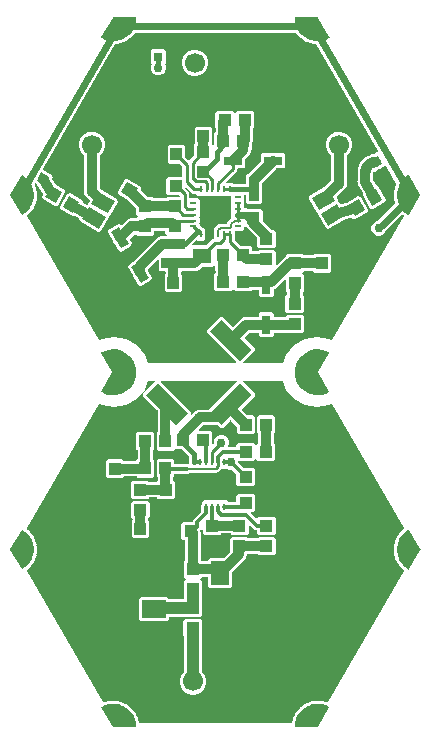
<source format=gbr>
G04 EAGLE Gerber RS-274X export*
G75*
%MOMM*%
%FSLAX34Y34*%
%LPD*%
%INTop Copper*%
%IPPOS*%
%AMOC8*
5,1,8,0,0,1.08239X$1,22.5*%
G01*
%ADD10C,1.000000*%
%ADD11R,0.250000X0.600000*%
%ADD12R,3.000000X2.133600*%
%ADD13R,0.240000X0.600000*%
%ADD14R,0.600000X0.240000*%
%ADD15R,2.159000X2.159000*%
%ADD16C,1.700000*%
%ADD17R,1.100000X1.000000*%
%ADD18R,2.000000X1.500000*%
%ADD19R,1.000000X1.100000*%
%ADD20R,1.500000X2.000000*%
%ADD21R,3.600000X1.400000*%
%ADD22R,0.800000X1.600000*%
%ADD23R,0.800000X0.800000*%
%ADD24R,1.500000X1.300000*%
%ADD25R,1.600000X0.800000*%
%ADD26R,2.000000X0.850000*%
%ADD27R,0.850000X2.000000*%
%ADD28R,1.168400X1.600200*%
%ADD29R,0.800000X0.800000*%
%ADD30C,0.756400*%
%ADD31C,1.016000*%
%ADD32C,0.812800*%
%ADD33C,0.304800*%
%ADD34C,0.406400*%
%ADD35C,0.254000*%
%ADD36C,0.203200*%
%ADD37C,0.609600*%

G36*
X347515Y503041D02*
X347515Y503041D01*
X347518Y503040D01*
X347613Y503060D01*
X347709Y503080D01*
X347711Y503081D01*
X347714Y503082D01*
X347795Y503138D01*
X347875Y503192D01*
X347876Y503195D01*
X347879Y503196D01*
X347932Y503280D01*
X347984Y503360D01*
X347985Y503363D01*
X347986Y503365D01*
X348003Y503462D01*
X348020Y503558D01*
X348019Y503560D01*
X348020Y503563D01*
X347998Y503657D01*
X347976Y503753D01*
X347975Y503756D01*
X347974Y503758D01*
X347871Y503906D01*
X322882Y528896D01*
X322882Y531001D01*
X334269Y542388D01*
X336374Y542388D01*
X344817Y533945D01*
X344822Y533942D01*
X344825Y533938D01*
X344905Y533887D01*
X344984Y533834D01*
X344989Y533833D01*
X344994Y533831D01*
X345088Y533815D01*
X345181Y533797D01*
X345186Y533798D01*
X345192Y533797D01*
X345284Y533819D01*
X345377Y533838D01*
X345382Y533841D01*
X345387Y533843D01*
X345535Y533945D01*
X352639Y541049D01*
X352818Y541123D01*
X352818Y541124D01*
X354043Y541631D01*
X355066Y542055D01*
X366332Y542055D01*
X366337Y542056D01*
X366342Y542055D01*
X366435Y542076D01*
X366529Y542094D01*
X366533Y542097D01*
X366538Y542098D01*
X366616Y542154D01*
X366694Y542207D01*
X366697Y542211D01*
X366701Y542214D01*
X366752Y542296D01*
X366804Y542375D01*
X366804Y542380D01*
X366807Y542385D01*
X366839Y542562D01*
X366839Y544502D01*
X368328Y545991D01*
X378432Y545991D01*
X379921Y544502D01*
X379921Y542562D01*
X379922Y542557D01*
X379921Y542552D01*
X379942Y542459D01*
X379960Y542365D01*
X379963Y542361D01*
X379964Y542356D01*
X380020Y542278D01*
X380073Y542200D01*
X380077Y542197D01*
X380080Y542193D01*
X380162Y542142D01*
X380241Y542090D01*
X380246Y542090D01*
X380251Y542087D01*
X380428Y542055D01*
X388962Y542055D01*
X388967Y542056D01*
X388972Y542055D01*
X389065Y542076D01*
X389159Y542094D01*
X389163Y542097D01*
X389168Y542098D01*
X389246Y542154D01*
X389324Y542207D01*
X389327Y542211D01*
X389331Y542214D01*
X389381Y542294D01*
X390958Y543871D01*
X404062Y543871D01*
X405551Y542382D01*
X405551Y530278D01*
X404062Y528789D01*
X390911Y528789D01*
X390883Y528808D01*
X390875Y528809D01*
X390869Y528813D01*
X390691Y528845D01*
X380428Y528845D01*
X380423Y528844D01*
X380418Y528845D01*
X380325Y528824D01*
X380231Y528806D01*
X380227Y528803D01*
X380222Y528802D01*
X380144Y528746D01*
X380066Y528693D01*
X380063Y528689D01*
X380059Y528686D01*
X380008Y528604D01*
X379956Y528525D01*
X379956Y528520D01*
X379953Y528515D01*
X379921Y528338D01*
X379921Y526398D01*
X378432Y524909D01*
X368328Y524909D01*
X366839Y526398D01*
X366839Y528338D01*
X366838Y528343D01*
X366839Y528348D01*
X366818Y528441D01*
X366800Y528535D01*
X366797Y528539D01*
X366796Y528544D01*
X366740Y528622D01*
X366687Y528700D01*
X366683Y528703D01*
X366680Y528707D01*
X366598Y528758D01*
X366519Y528810D01*
X366514Y528810D01*
X366509Y528813D01*
X366332Y528845D01*
X359326Y528845D01*
X359318Y528844D01*
X359310Y528845D01*
X359221Y528824D01*
X359129Y528806D01*
X359123Y528801D01*
X359115Y528799D01*
X358967Y528697D01*
X354875Y524605D01*
X354872Y524600D01*
X354868Y524597D01*
X354817Y524517D01*
X354764Y524438D01*
X354763Y524433D01*
X354761Y524428D01*
X354745Y524334D01*
X354727Y524241D01*
X354728Y524236D01*
X354727Y524231D01*
X354749Y524138D01*
X354768Y524045D01*
X354771Y524041D01*
X354773Y524035D01*
X354875Y523887D01*
X363318Y515444D01*
X363318Y513339D01*
X353885Y503906D01*
X353884Y503904D01*
X353881Y503902D01*
X353829Y503822D01*
X353774Y503739D01*
X353774Y503736D01*
X353772Y503734D01*
X353755Y503638D01*
X353736Y503542D01*
X353737Y503540D01*
X353737Y503537D01*
X353758Y503441D01*
X353778Y503346D01*
X353780Y503344D01*
X353780Y503341D01*
X353837Y503262D01*
X353892Y503181D01*
X353895Y503180D01*
X353896Y503178D01*
X353979Y503126D01*
X354062Y503074D01*
X354064Y503074D01*
X354066Y503072D01*
X354244Y503040D01*
X387189Y503040D01*
X387206Y503044D01*
X387224Y503041D01*
X387304Y503063D01*
X387385Y503080D01*
X387400Y503090D01*
X387417Y503094D01*
X387482Y503146D01*
X387551Y503192D01*
X387561Y503207D01*
X387575Y503218D01*
X387634Y503320D01*
X387660Y503360D01*
X387662Y503367D01*
X387666Y503374D01*
X390168Y510250D01*
X396843Y518204D01*
X405836Y523396D01*
X416062Y525199D01*
X426288Y523396D01*
X428326Y522220D01*
X428331Y522218D01*
X428335Y522215D01*
X428426Y522186D01*
X428516Y522156D01*
X428521Y522156D01*
X428526Y522155D01*
X428621Y522164D01*
X428716Y522170D01*
X428720Y522173D01*
X428726Y522173D01*
X428810Y522218D01*
X428894Y522261D01*
X428898Y522265D01*
X428902Y522268D01*
X429019Y522405D01*
X489607Y627350D01*
X489621Y627393D01*
X489645Y627431D01*
X489653Y627487D01*
X489671Y627540D01*
X489668Y627585D01*
X489674Y627630D01*
X489660Y627684D01*
X489656Y627740D01*
X489636Y627780D01*
X489625Y627824D01*
X489587Y627875D01*
X489565Y627919D01*
X489541Y627939D01*
X489519Y627970D01*
X489477Y628010D01*
X489445Y628030D01*
X489414Y628062D01*
X488556Y628654D01*
X488501Y628678D01*
X488450Y628710D01*
X488409Y628717D01*
X488372Y628733D01*
X488311Y628734D01*
X488252Y628744D01*
X488212Y628734D01*
X488171Y628735D01*
X488116Y628712D01*
X488057Y628698D01*
X488020Y628672D01*
X487986Y628658D01*
X487955Y628627D01*
X487909Y628595D01*
X474795Y615482D01*
X474790Y615474D01*
X474783Y615469D01*
X474686Y615317D01*
X473990Y613638D01*
X472212Y611860D01*
X471469Y611552D01*
X471468Y611552D01*
X470244Y611045D01*
X469888Y610897D01*
X467372Y610897D01*
X465048Y611860D01*
X463270Y613638D01*
X462307Y615962D01*
X462307Y618478D01*
X463270Y620802D01*
X465048Y622580D01*
X465557Y622791D01*
X466727Y623276D01*
X466735Y623281D01*
X466744Y623283D01*
X466892Y623385D01*
X481979Y638473D01*
X482006Y638513D01*
X482041Y638548D01*
X482061Y638596D01*
X482090Y638640D01*
X482099Y638688D01*
X482118Y638733D01*
X482119Y638791D01*
X482128Y638837D01*
X482120Y638871D01*
X482121Y638913D01*
X481972Y639830D01*
X481959Y639865D01*
X481952Y639909D01*
X481644Y640832D01*
X481695Y640935D01*
X481713Y641000D01*
X481739Y641063D01*
X481740Y641099D01*
X481748Y641128D01*
X481741Y641177D01*
X481742Y641243D01*
X481618Y642009D01*
X481594Y642073D01*
X481579Y642138D01*
X481558Y642168D01*
X481547Y642197D01*
X481513Y642233D01*
X481476Y642286D01*
X481395Y642367D01*
X481395Y643341D01*
X481387Y643377D01*
X481388Y643422D01*
X481232Y644382D01*
X481299Y644475D01*
X481327Y644537D01*
X481363Y644595D01*
X481369Y644630D01*
X481382Y644658D01*
X481383Y644708D01*
X481395Y644772D01*
X481395Y645548D01*
X481381Y645615D01*
X481377Y645682D01*
X481361Y645715D01*
X481355Y645745D01*
X481331Y645781D01*
X481330Y645783D01*
X481325Y645790D01*
X481299Y645845D01*
X481232Y645938D01*
X481388Y646898D01*
X481387Y646935D01*
X481395Y646979D01*
X481395Y647953D01*
X481476Y648034D01*
X481513Y648090D01*
X481558Y648141D01*
X481570Y648175D01*
X481587Y648201D01*
X481596Y648249D01*
X481618Y648311D01*
X481742Y649077D01*
X481741Y649121D01*
X481744Y649138D01*
X481741Y649153D01*
X481746Y649212D01*
X481736Y649247D01*
X481735Y649278D01*
X481714Y649323D01*
X481695Y649385D01*
X481644Y649488D01*
X481952Y650411D01*
X481957Y650448D01*
X481972Y650490D01*
X482128Y651451D01*
X482221Y651517D01*
X482267Y651567D01*
X482319Y651610D01*
X482337Y651642D01*
X482357Y651664D01*
X482374Y651711D01*
X482406Y651768D01*
X482652Y652505D01*
X482660Y652572D01*
X482677Y652638D01*
X482672Y652673D01*
X482676Y652704D01*
X482663Y652752D01*
X482655Y652816D01*
X482621Y652926D01*
X483073Y653787D01*
X483083Y653823D01*
X483105Y653863D01*
X483332Y654543D01*
X483335Y654566D01*
X483345Y654588D01*
X483347Y654665D01*
X483349Y654684D01*
X483356Y654718D01*
X483354Y654724D01*
X483357Y654742D01*
X483350Y654765D01*
X483351Y654788D01*
X483322Y654868D01*
X483312Y654914D01*
X483306Y654923D01*
X483302Y654935D01*
X483295Y654945D01*
X483290Y654957D01*
X474610Y669991D01*
X474607Y669995D01*
X474605Y670000D01*
X474541Y670070D01*
X474478Y670142D01*
X474473Y670144D01*
X474469Y670148D01*
X474383Y670188D01*
X474297Y670229D01*
X474292Y670229D01*
X474287Y670232D01*
X474192Y670235D01*
X474097Y670240D01*
X474092Y670238D01*
X474087Y670238D01*
X473917Y670177D01*
X470438Y668168D01*
X470397Y668132D01*
X470333Y668088D01*
X469891Y667646D01*
X468655Y667134D01*
X468630Y667117D01*
X468596Y667105D01*
X465045Y665055D01*
X464502Y665200D01*
X464429Y665205D01*
X464358Y665217D01*
X464330Y665211D01*
X464302Y665213D01*
X464233Y665189D01*
X464162Y665173D01*
X464139Y665156D01*
X464113Y665147D01*
X464058Y665098D01*
X463999Y665056D01*
X463983Y665030D01*
X463964Y665013D01*
X463941Y664965D01*
X463902Y664904D01*
X463879Y664848D01*
X463868Y664793D01*
X463842Y664703D01*
X463807Y664345D01*
X463810Y664322D01*
X463805Y664295D01*
X463805Y658399D01*
X463812Y658364D01*
X463810Y658328D01*
X463834Y658256D01*
X463844Y658203D01*
X463858Y658183D01*
X463866Y658157D01*
X466688Y652970D01*
X466698Y652959D01*
X466703Y652946D01*
X466762Y652883D01*
X466817Y652817D01*
X466830Y652810D01*
X466840Y652800D01*
X466963Y652741D01*
X466995Y652725D01*
X466999Y652724D01*
X467003Y652723D01*
X467815Y652505D01*
X474368Y641156D01*
X473823Y639123D01*
X463340Y633070D01*
X461307Y633615D01*
X454755Y644964D01*
X455115Y646310D01*
X455115Y646311D01*
X455116Y646312D01*
X455122Y646411D01*
X455128Y646510D01*
X455127Y646511D01*
X455127Y646513D01*
X455071Y646684D01*
X451890Y652530D01*
X451854Y652574D01*
X451803Y652647D01*
X451601Y652849D01*
X451242Y653715D01*
X451228Y653736D01*
X451219Y653764D01*
X450771Y654587D01*
X450740Y654872D01*
X450724Y654925D01*
X450705Y655012D01*
X450595Y655276D01*
X450595Y656214D01*
X450592Y656231D01*
X450594Y656240D01*
X450591Y656250D01*
X450592Y656268D01*
X450494Y657201D01*
X450574Y657474D01*
X450579Y657530D01*
X450595Y657618D01*
X450595Y667389D01*
X452963Y673106D01*
X457339Y677482D01*
X457561Y677574D01*
X458785Y678081D01*
X460010Y678588D01*
X461235Y679095D01*
X461235Y679096D01*
X462459Y679603D01*
X463056Y679850D01*
X464372Y679850D01*
X464414Y679858D01*
X464456Y679857D01*
X464519Y679880D01*
X464569Y679890D01*
X464593Y679906D01*
X464626Y679918D01*
X467377Y681506D01*
X467381Y681509D01*
X467386Y681511D01*
X467455Y681575D01*
X467527Y681639D01*
X467529Y681643D01*
X467533Y681647D01*
X467573Y681734D01*
X467614Y681819D01*
X467615Y681824D01*
X467617Y681829D01*
X467620Y681924D01*
X467625Y682019D01*
X467623Y682024D01*
X467623Y682029D01*
X467562Y682199D01*
X415230Y772841D01*
X415214Y772859D01*
X415205Y772880D01*
X415149Y772933D01*
X415097Y772992D01*
X415076Y773002D01*
X415059Y773018D01*
X414967Y773055D01*
X414917Y773079D01*
X414905Y773080D01*
X414892Y773085D01*
X414189Y773228D01*
X414152Y773228D01*
X414108Y773238D01*
X413136Y773277D01*
X413058Y773361D01*
X413003Y773401D01*
X412954Y773448D01*
X412920Y773461D01*
X412896Y773479D01*
X412847Y773490D01*
X412787Y773514D01*
X412026Y773670D01*
X411958Y773670D01*
X411891Y773679D01*
X411856Y773670D01*
X411825Y773670D01*
X411780Y773651D01*
X411716Y773635D01*
X411612Y773588D01*
X410702Y773933D01*
X410665Y773939D01*
X410624Y773956D01*
X409670Y774151D01*
X409607Y774246D01*
X409559Y774294D01*
X409518Y774348D01*
X409487Y774367D01*
X409466Y774388D01*
X409419Y774407D01*
X409364Y774441D01*
X408638Y774716D01*
X408571Y774727D01*
X408506Y774747D01*
X408470Y774744D01*
X408440Y774749D01*
X408392Y774737D01*
X408327Y774732D01*
X408216Y774702D01*
X407373Y775189D01*
X407338Y775201D01*
X407299Y775224D01*
X406390Y775569D01*
X406342Y775673D01*
X406303Y775728D01*
X406271Y775788D01*
X406244Y775811D01*
X406226Y775836D01*
X406183Y775862D01*
X406134Y775904D01*
X405461Y776293D01*
X405397Y776314D01*
X405336Y776344D01*
X405300Y776347D01*
X405271Y776357D01*
X405222Y776353D01*
X405157Y776358D01*
X405043Y776346D01*
X404289Y776962D01*
X404256Y776979D01*
X404222Y777008D01*
X403379Y777495D01*
X403349Y777606D01*
X403332Y777639D01*
X403326Y777668D01*
X403311Y777689D01*
X403297Y777730D01*
X403274Y777758D01*
X403260Y777785D01*
X403222Y777818D01*
X403180Y777867D01*
X402579Y778358D01*
X402519Y778390D01*
X402464Y778429D01*
X402428Y778437D01*
X402401Y778452D01*
X402352Y778456D01*
X402288Y778472D01*
X402174Y778478D01*
X401529Y779207D01*
X401499Y779229D01*
X401470Y779263D01*
X400716Y779879D01*
X400705Y779993D01*
X400685Y780057D01*
X400673Y780124D01*
X400655Y780155D01*
X400646Y780184D01*
X400614Y780222D01*
X400580Y780278D01*
X400065Y780859D01*
X400053Y780869D01*
X400048Y780875D01*
X400024Y780890D01*
X400011Y780900D01*
X399963Y780948D01*
X399929Y780962D01*
X399905Y780980D01*
X399857Y780992D01*
X399797Y781018D01*
X399685Y781043D01*
X399165Y781865D01*
X399139Y781892D01*
X399116Y781931D01*
X398640Y782468D01*
X398621Y782482D01*
X398608Y782501D01*
X398542Y782542D01*
X398480Y782589D01*
X398457Y782594D01*
X398438Y782607D01*
X398339Y782624D01*
X398286Y782638D01*
X398274Y782636D01*
X398260Y782639D01*
X289180Y782639D01*
X289155Y782643D01*
X274725Y782643D01*
X274716Y782641D01*
X274707Y782643D01*
X274687Y782639D01*
X262140Y782639D01*
X262117Y782634D01*
X262094Y782637D01*
X262019Y782614D01*
X261943Y782599D01*
X261924Y782586D01*
X261902Y782579D01*
X261823Y782517D01*
X261777Y782486D01*
X261771Y782476D01*
X261760Y782468D01*
X261284Y781931D01*
X261266Y781898D01*
X261235Y781865D01*
X260715Y781043D01*
X260603Y781018D01*
X260542Y780990D01*
X260477Y780971D01*
X260448Y780948D01*
X260420Y780936D01*
X260386Y780900D01*
X260335Y780859D01*
X259820Y780278D01*
X259786Y780220D01*
X259745Y780166D01*
X259735Y780131D01*
X259720Y780105D01*
X259713Y780055D01*
X259695Y779993D01*
X259684Y779879D01*
X258930Y779263D01*
X258906Y779235D01*
X258871Y779207D01*
X258226Y778478D01*
X258112Y778472D01*
X258046Y778454D01*
X257979Y778446D01*
X257947Y778428D01*
X257918Y778420D01*
X257878Y778390D01*
X257821Y778358D01*
X257220Y777867D01*
X257184Y777823D01*
X257175Y777817D01*
X257168Y777807D01*
X257128Y777768D01*
X257112Y777736D01*
X257093Y777712D01*
X257081Y777672D01*
X257066Y777649D01*
X257063Y777631D01*
X257051Y777606D01*
X257021Y777495D01*
X256178Y777008D01*
X256150Y776984D01*
X256111Y776962D01*
X255357Y776346D01*
X255243Y776358D01*
X255176Y776351D01*
X255108Y776354D01*
X255074Y776341D01*
X255044Y776338D01*
X255000Y776315D01*
X254939Y776293D01*
X254266Y775904D01*
X254216Y775860D01*
X254159Y775822D01*
X254139Y775792D01*
X254116Y775772D01*
X254094Y775727D01*
X254058Y775673D01*
X254010Y775569D01*
X253101Y775224D01*
X253069Y775204D01*
X253027Y775189D01*
X252184Y774702D01*
X252073Y774732D01*
X252006Y774736D01*
X251939Y774749D01*
X251904Y774743D01*
X251873Y774744D01*
X251826Y774728D01*
X251762Y774716D01*
X251036Y774441D01*
X250979Y774405D01*
X250918Y774377D01*
X250893Y774350D01*
X250867Y774334D01*
X250838Y774293D01*
X250793Y774246D01*
X250730Y774151D01*
X249776Y773956D01*
X249742Y773942D01*
X249698Y773933D01*
X248788Y773588D01*
X248684Y773635D01*
X248618Y773650D01*
X248554Y773674D01*
X248518Y773673D01*
X248488Y773680D01*
X248439Y773671D01*
X248374Y773670D01*
X247613Y773514D01*
X247551Y773488D01*
X247486Y773470D01*
X247457Y773448D01*
X247429Y773436D01*
X247394Y773401D01*
X247342Y773361D01*
X247264Y773277D01*
X246292Y773238D01*
X246256Y773229D01*
X246211Y773228D01*
X245508Y773085D01*
X245486Y773076D01*
X245463Y773073D01*
X245395Y773037D01*
X245323Y773007D01*
X245307Y772990D01*
X245286Y772979D01*
X245222Y772903D01*
X245183Y772863D01*
X245179Y772852D01*
X245170Y772841D01*
X184153Y667156D01*
X184151Y667151D01*
X184148Y667147D01*
X184119Y667057D01*
X184089Y666966D01*
X184089Y666961D01*
X184088Y666956D01*
X184097Y666861D01*
X184103Y666766D01*
X184106Y666762D01*
X184106Y666756D01*
X184151Y666672D01*
X184194Y666588D01*
X184198Y666584D01*
X184201Y666580D01*
X184280Y666513D01*
X184280Y666512D01*
X184338Y666463D01*
X186419Y665262D01*
X186472Y665244D01*
X186550Y665209D01*
X187076Y665079D01*
X188271Y664197D01*
X188295Y664186D01*
X188318Y664166D01*
X191856Y662123D01*
X192401Y660090D01*
X191990Y659378D01*
X191964Y659303D01*
X191933Y659231D01*
X191933Y659209D01*
X191926Y659188D01*
X191931Y659110D01*
X191930Y659031D01*
X191939Y659009D01*
X191940Y658988D01*
X191965Y658939D01*
X191994Y658863D01*
X194906Y654030D01*
X194931Y654002D01*
X194949Y653969D01*
X195005Y653921D01*
X195041Y653882D01*
X195064Y653872D01*
X195086Y653853D01*
X202561Y649537D01*
X203105Y647504D01*
X196553Y636155D01*
X194520Y635610D01*
X184037Y641663D01*
X183492Y643696D01*
X184428Y645317D01*
X184449Y645381D01*
X184456Y645390D01*
X184458Y645403D01*
X184484Y645463D01*
X184485Y645485D01*
X184492Y645507D01*
X184487Y645566D01*
X184491Y645588D01*
X184486Y645610D01*
X184487Y645664D01*
X184479Y645686D01*
X184477Y645706D01*
X184455Y645749D01*
X184448Y645783D01*
X184434Y645802D01*
X184423Y645832D01*
X179431Y654118D01*
X179406Y654146D01*
X179388Y654179D01*
X179332Y654227D01*
X179296Y654266D01*
X179273Y654277D01*
X179250Y654296D01*
X177808Y655129D01*
X177790Y655134D01*
X177776Y655145D01*
X177696Y655166D01*
X177618Y655193D01*
X177599Y655191D01*
X177582Y655196D01*
X177500Y655184D01*
X177418Y655178D01*
X177402Y655170D01*
X177384Y655167D01*
X177312Y655124D01*
X177239Y655087D01*
X177227Y655073D01*
X177212Y655064D01*
X177163Y654997D01*
X177110Y654934D01*
X177104Y654917D01*
X177093Y654902D01*
X177074Y654822D01*
X177050Y654743D01*
X177051Y654725D01*
X177047Y654707D01*
X177064Y654592D01*
X177068Y654543D01*
X177072Y654537D01*
X177073Y654529D01*
X177295Y653863D01*
X177314Y653830D01*
X177327Y653787D01*
X177779Y652926D01*
X177745Y652816D01*
X177738Y652749D01*
X177723Y652683D01*
X177728Y652648D01*
X177725Y652617D01*
X177739Y652569D01*
X177748Y652505D01*
X177994Y651768D01*
X178028Y651710D01*
X178054Y651647D01*
X178079Y651621D01*
X178094Y651595D01*
X178134Y651564D01*
X178179Y651517D01*
X178272Y651451D01*
X178428Y650490D01*
X178441Y650455D01*
X178448Y650411D01*
X178756Y649488D01*
X178705Y649385D01*
X178687Y649320D01*
X178661Y649257D01*
X178660Y649221D01*
X178652Y649192D01*
X178659Y649143D01*
X178659Y649131D01*
X178656Y649118D01*
X178658Y649109D01*
X178658Y649077D01*
X178782Y648311D01*
X178806Y648247D01*
X178821Y648182D01*
X178842Y648152D01*
X178853Y648123D01*
X178887Y648087D01*
X178924Y648034D01*
X179005Y647953D01*
X179005Y646979D01*
X179013Y646943D01*
X179012Y646898D01*
X179168Y645938D01*
X179101Y645845D01*
X179073Y645783D01*
X179037Y645726D01*
X179031Y645690D01*
X179018Y645662D01*
X179017Y645612D01*
X179005Y645548D01*
X179005Y644772D01*
X179019Y644705D01*
X179023Y644638D01*
X179039Y644605D01*
X179045Y644575D01*
X179073Y644534D01*
X179101Y644475D01*
X179168Y644382D01*
X179012Y643422D01*
X179013Y643385D01*
X179005Y643341D01*
X179005Y642367D01*
X178924Y642286D01*
X178887Y642230D01*
X178842Y642179D01*
X178830Y642145D01*
X178813Y642119D01*
X178804Y642071D01*
X178782Y642009D01*
X178658Y641243D01*
X178660Y641175D01*
X178654Y641108D01*
X178664Y641073D01*
X178665Y641042D01*
X178686Y640997D01*
X178705Y640935D01*
X178756Y640832D01*
X178448Y639909D01*
X178443Y639872D01*
X178428Y639830D01*
X178272Y638869D01*
X178179Y638803D01*
X178133Y638753D01*
X178081Y638710D01*
X178064Y638678D01*
X178043Y638656D01*
X178026Y638609D01*
X177994Y638552D01*
X177748Y637815D01*
X177740Y637748D01*
X177723Y637682D01*
X177728Y637647D01*
X177724Y637616D01*
X177737Y637568D01*
X177745Y637504D01*
X177779Y637394D01*
X177327Y636533D01*
X177317Y636497D01*
X177295Y636457D01*
X176987Y635534D01*
X176885Y635483D01*
X176831Y635442D01*
X176773Y635407D01*
X176751Y635379D01*
X176726Y635360D01*
X176702Y635317D01*
X176662Y635265D01*
X176301Y634578D01*
X176282Y634513D01*
X176255Y634451D01*
X176254Y634415D01*
X176245Y634385D01*
X176251Y634336D01*
X176248Y634271D01*
X176264Y634157D01*
X175680Y633379D01*
X175664Y633346D01*
X175636Y633310D01*
X175184Y632449D01*
X175074Y632415D01*
X175015Y632382D01*
X174952Y632358D01*
X174925Y632333D01*
X174899Y632318D01*
X174868Y632279D01*
X174820Y632235D01*
X174353Y631614D01*
X174324Y631553D01*
X174287Y631497D01*
X174280Y631461D01*
X174267Y631434D01*
X174265Y631384D01*
X174252Y631320D01*
X174250Y631205D01*
X173548Y630531D01*
X173527Y630501D01*
X173494Y630470D01*
X172909Y629692D01*
X172796Y629676D01*
X172732Y629654D01*
X172665Y629639D01*
X172636Y629620D01*
X172607Y629609D01*
X172570Y629576D01*
X172515Y629540D01*
X171956Y629002D01*
X171917Y628946D01*
X171871Y628896D01*
X171859Y628862D01*
X171841Y628837D01*
X171831Y628789D01*
X171808Y628728D01*
X171787Y628615D01*
X170987Y628062D01*
X170961Y628035D01*
X170923Y628010D01*
X170881Y627970D01*
X170856Y627933D01*
X170822Y627903D01*
X170799Y627851D01*
X170767Y627805D01*
X170757Y627761D01*
X170739Y627720D01*
X170737Y627664D01*
X170725Y627609D01*
X170734Y627565D01*
X170732Y627520D01*
X170754Y627460D01*
X170763Y627412D01*
X170780Y627386D01*
X170793Y627350D01*
X231381Y522405D01*
X231385Y522402D01*
X231387Y522397D01*
X231451Y522326D01*
X231514Y522255D01*
X231519Y522253D01*
X231522Y522249D01*
X231608Y522209D01*
X231694Y522168D01*
X231700Y522168D01*
X231704Y522165D01*
X231799Y522162D01*
X231895Y522157D01*
X231900Y522159D01*
X231905Y522159D01*
X232074Y522220D01*
X234112Y523396D01*
X244338Y525199D01*
X254564Y523396D01*
X263557Y518204D01*
X270232Y510250D01*
X272734Y503374D01*
X272744Y503359D01*
X272748Y503341D01*
X272796Y503274D01*
X272839Y503203D01*
X272853Y503192D01*
X272864Y503178D01*
X272934Y503134D01*
X273001Y503086D01*
X273019Y503082D01*
X273034Y503072D01*
X273150Y503051D01*
X273197Y503040D01*
X273204Y503042D01*
X273211Y503040D01*
X347513Y503040D01*
X347515Y503041D01*
G37*
G36*
X394556Y198210D02*
X394556Y198210D01*
X394601Y198209D01*
X394653Y198229D01*
X394708Y198240D01*
X394745Y198266D01*
X394788Y198282D01*
X394828Y198322D01*
X394874Y198353D01*
X394898Y198391D01*
X394931Y198423D01*
X394957Y198480D01*
X394983Y198521D01*
X394989Y198553D01*
X395004Y198587D01*
X395021Y198656D01*
X395023Y198693D01*
X395034Y198737D01*
X395111Y199707D01*
X395198Y199781D01*
X395240Y199834D01*
X395289Y199882D01*
X395303Y199915D01*
X395322Y199939D01*
X395335Y199987D01*
X395362Y200046D01*
X395545Y200794D01*
X395548Y200862D01*
X395560Y200929D01*
X395552Y200964D01*
X395554Y200994D01*
X395536Y201041D01*
X395523Y201105D01*
X395480Y201211D01*
X395861Y202107D01*
X395868Y202144D01*
X395886Y202184D01*
X396118Y203129D01*
X396216Y203189D01*
X396266Y203235D01*
X396321Y203274D01*
X396341Y203304D01*
X396363Y203325D01*
X396384Y203370D01*
X396420Y203424D01*
X396721Y204133D01*
X396735Y204199D01*
X396757Y204263D01*
X396755Y204300D01*
X396761Y204330D01*
X396752Y204378D01*
X396749Y204443D01*
X396723Y204555D01*
X397242Y205378D01*
X397256Y205413D01*
X397280Y205451D01*
X397661Y206346D01*
X397767Y206389D01*
X397824Y206426D01*
X397884Y206456D01*
X397909Y206483D01*
X397934Y206499D01*
X397962Y206541D01*
X398006Y206589D01*
X398417Y207240D01*
X398441Y207304D01*
X398473Y207363D01*
X398477Y207399D01*
X398488Y207428D01*
X398487Y207477D01*
X398494Y207542D01*
X398487Y207656D01*
X399131Y208386D01*
X399150Y208418D01*
X399180Y208451D01*
X399700Y209274D01*
X399811Y209299D01*
X399873Y209327D01*
X399938Y209346D01*
X399966Y209369D01*
X399994Y209381D01*
X400028Y209418D01*
X400079Y209458D01*
X400589Y210035D01*
X400623Y210094D01*
X400664Y210147D01*
X400672Y210174D01*
X400681Y210188D01*
X400683Y210196D01*
X400690Y210209D01*
X400696Y210258D01*
X400714Y210321D01*
X400725Y210435D01*
X401478Y211051D01*
X401502Y211080D01*
X401537Y211108D01*
X402182Y211837D01*
X402296Y211844D01*
X402361Y211861D01*
X402428Y211870D01*
X402460Y211887D01*
X402490Y211895D01*
X402529Y211926D01*
X402586Y211958D01*
X403182Y212445D01*
X403225Y212498D01*
X403274Y212544D01*
X403289Y212577D01*
X403309Y212600D01*
X403323Y212648D01*
X403351Y212707D01*
X403380Y212818D01*
X404222Y213305D01*
X404250Y213330D01*
X404289Y213352D01*
X405042Y213968D01*
X405157Y213957D01*
X405224Y213963D01*
X405292Y213961D01*
X405325Y213974D01*
X405356Y213977D01*
X405400Y214000D01*
X405461Y214023D01*
X406127Y214408D01*
X406178Y214453D01*
X406234Y214491D01*
X406255Y214521D01*
X406278Y214541D01*
X406299Y214586D01*
X406336Y214640D01*
X406383Y214744D01*
X407292Y215090D01*
X407324Y215110D01*
X407366Y215126D01*
X408208Y215613D01*
X408319Y215583D01*
X408387Y215579D01*
X408453Y215566D01*
X408489Y215573D01*
X408519Y215571D01*
X408566Y215588D01*
X408630Y215600D01*
X409350Y215873D01*
X409407Y215910D01*
X409469Y215938D01*
X409493Y215964D01*
X409519Y215980D01*
X409548Y216021D01*
X409593Y216068D01*
X409656Y216164D01*
X410609Y216360D01*
X410643Y216374D01*
X410688Y216383D01*
X411597Y216729D01*
X411701Y216682D01*
X411767Y216667D01*
X411831Y216643D01*
X411867Y216644D01*
X411897Y216638D01*
X411946Y216646D01*
X412011Y216648D01*
X412766Y216803D01*
X412828Y216829D01*
X412893Y216847D01*
X412922Y216869D01*
X412950Y216881D01*
X412985Y216917D01*
X413037Y216956D01*
X413114Y217040D01*
X414086Y217081D01*
X414123Y217090D01*
X414167Y217091D01*
X415121Y217286D01*
X415216Y217223D01*
X415279Y217198D01*
X415338Y217165D01*
X415374Y217160D01*
X415402Y217148D01*
X415452Y217149D01*
X415517Y217140D01*
X416286Y217172D01*
X416352Y217188D01*
X416419Y217196D01*
X416451Y217212D01*
X416481Y217220D01*
X416521Y217249D01*
X416578Y217280D01*
X416668Y217351D01*
X417635Y217235D01*
X417672Y217238D01*
X417716Y217231D01*
X418688Y217272D01*
X418773Y217194D01*
X418831Y217159D01*
X418883Y217117D01*
X418918Y217106D01*
X418944Y217090D01*
X418993Y217083D01*
X419056Y217064D01*
X419820Y216972D01*
X419847Y216974D01*
X419874Y216969D01*
X419882Y216969D01*
X419916Y216976D01*
X419955Y216974D01*
X419989Y216985D01*
X420020Y216988D01*
X420049Y217003D01*
X420079Y217009D01*
X420099Y217022D01*
X420126Y217031D01*
X420226Y217087D01*
X421161Y216817D01*
X421198Y216814D01*
X421241Y216801D01*
X422207Y216685D01*
X422278Y216595D01*
X422330Y216551D01*
X422375Y216501D01*
X422407Y216485D01*
X422431Y216465D01*
X422478Y216450D01*
X422537Y216421D01*
X423276Y216207D01*
X423344Y216202D01*
X423410Y216188D01*
X423446Y216193D01*
X423476Y216191D01*
X423523Y216206D01*
X423588Y216217D01*
X423696Y216256D01*
X424575Y215840D01*
X424612Y215831D01*
X424652Y215811D01*
X424750Y215782D01*
X424795Y215779D01*
X424837Y215765D01*
X424893Y215771D01*
X424950Y215766D01*
X424992Y215780D01*
X425037Y215784D01*
X425087Y215811D01*
X425140Y215828D01*
X425174Y215858D01*
X425214Y215879D01*
X425255Y215927D01*
X425292Y215960D01*
X425306Y215988D01*
X425330Y216016D01*
X489607Y327350D01*
X489621Y327393D01*
X489645Y327431D01*
X489653Y327487D01*
X489671Y327540D01*
X489668Y327585D01*
X489674Y327630D01*
X489660Y327684D01*
X489656Y327740D01*
X489636Y327780D01*
X489625Y327824D01*
X489587Y327875D01*
X489565Y327919D01*
X489541Y327939D01*
X489519Y327970D01*
X489477Y328010D01*
X489445Y328030D01*
X489413Y328062D01*
X488613Y328615D01*
X488592Y328728D01*
X488567Y328790D01*
X488550Y328856D01*
X488529Y328885D01*
X488518Y328914D01*
X488483Y328949D01*
X488444Y329002D01*
X487885Y329540D01*
X487827Y329576D01*
X487775Y329620D01*
X487741Y329631D01*
X487715Y329647D01*
X487666Y329656D01*
X487604Y329676D01*
X487491Y329692D01*
X486906Y330470D01*
X486879Y330495D01*
X486852Y330531D01*
X486150Y331205D01*
X486148Y331320D01*
X486133Y331386D01*
X486127Y331453D01*
X486111Y331486D01*
X486105Y331516D01*
X486076Y331556D01*
X486047Y331614D01*
X485580Y332235D01*
X485530Y332280D01*
X485485Y332331D01*
X485453Y332348D01*
X485430Y332368D01*
X485383Y332384D01*
X485326Y332415D01*
X485216Y332449D01*
X484764Y333310D01*
X484740Y333339D01*
X484720Y333379D01*
X484136Y334157D01*
X484152Y334271D01*
X484148Y334338D01*
X484153Y334406D01*
X484142Y334440D01*
X484140Y334471D01*
X484118Y334516D01*
X484099Y334578D01*
X483738Y335265D01*
X483695Y335318D01*
X483660Y335375D01*
X483631Y335397D01*
X483612Y335421D01*
X483568Y335444D01*
X483515Y335483D01*
X483413Y335534D01*
X483105Y336457D01*
X483086Y336490D01*
X483073Y336533D01*
X482621Y337394D01*
X482655Y337504D01*
X482662Y337571D01*
X482677Y337637D01*
X482672Y337672D01*
X482675Y337703D01*
X482661Y337751D01*
X482652Y337815D01*
X482406Y338552D01*
X482372Y338610D01*
X482346Y338673D01*
X482321Y338699D01*
X482306Y338725D01*
X482266Y338756D01*
X482221Y338803D01*
X482128Y338869D01*
X481972Y339830D01*
X481959Y339865D01*
X481952Y339909D01*
X481644Y340832D01*
X481695Y340935D01*
X481713Y341000D01*
X481739Y341063D01*
X481740Y341099D01*
X481748Y341128D01*
X481741Y341177D01*
X481742Y341243D01*
X481618Y342009D01*
X481594Y342073D01*
X481579Y342138D01*
X481558Y342168D01*
X481547Y342197D01*
X481513Y342233D01*
X481476Y342286D01*
X481395Y342367D01*
X481395Y343341D01*
X481387Y343377D01*
X481388Y343422D01*
X481232Y344382D01*
X481299Y344475D01*
X481327Y344537D01*
X481363Y344595D01*
X481369Y344630D01*
X481382Y344658D01*
X481383Y344708D01*
X481395Y344772D01*
X481395Y345548D01*
X481381Y345615D01*
X481377Y345682D01*
X481361Y345715D01*
X481355Y345745D01*
X481327Y345786D01*
X481299Y345845D01*
X481232Y345938D01*
X481388Y346898D01*
X481387Y346935D01*
X481395Y346979D01*
X481395Y347953D01*
X481476Y348034D01*
X481513Y348090D01*
X481558Y348141D01*
X481570Y348175D01*
X481587Y348201D01*
X481596Y348249D01*
X481618Y348311D01*
X481742Y349077D01*
X481740Y349145D01*
X481746Y349212D01*
X481736Y349247D01*
X481735Y349278D01*
X481714Y349323D01*
X481695Y349385D01*
X481644Y349488D01*
X481952Y350411D01*
X481957Y350448D01*
X481972Y350490D01*
X482128Y351451D01*
X482221Y351517D01*
X482267Y351567D01*
X482319Y351610D01*
X482336Y351642D01*
X482357Y351664D01*
X482374Y351711D01*
X482406Y351768D01*
X482652Y352505D01*
X482660Y352572D01*
X482677Y352638D01*
X482672Y352673D01*
X482676Y352704D01*
X482663Y352752D01*
X482655Y352816D01*
X482621Y352926D01*
X483073Y353787D01*
X483083Y353823D01*
X483105Y353863D01*
X483413Y354786D01*
X483515Y354837D01*
X483569Y354878D01*
X483627Y354913D01*
X483649Y354941D01*
X483674Y354960D01*
X483698Y355003D01*
X483738Y355055D01*
X484099Y355742D01*
X484104Y355760D01*
X484109Y355769D01*
X484114Y355794D01*
X484118Y355807D01*
X484145Y355869D01*
X484146Y355905D01*
X484155Y355935D01*
X484149Y355984D01*
X484152Y356049D01*
X484136Y356163D01*
X484720Y356941D01*
X484736Y356974D01*
X484764Y357010D01*
X485216Y357871D01*
X485326Y357905D01*
X485385Y357938D01*
X485448Y357962D01*
X485475Y357987D01*
X485501Y358002D01*
X485532Y358041D01*
X485580Y358085D01*
X486047Y358706D01*
X486076Y358767D01*
X486113Y358823D01*
X486120Y358859D01*
X486133Y358886D01*
X486135Y358936D01*
X486148Y359000D01*
X486150Y359115D01*
X486852Y359789D01*
X486873Y359819D01*
X486906Y359850D01*
X487491Y360628D01*
X487604Y360644D01*
X487668Y360666D01*
X487735Y360681D01*
X487764Y360700D01*
X487793Y360711D01*
X487830Y360744D01*
X487885Y360780D01*
X488444Y361318D01*
X488483Y361374D01*
X488529Y361424D01*
X488541Y361458D01*
X488559Y361483D01*
X488569Y361531D01*
X488592Y361592D01*
X488613Y361705D01*
X489413Y362258D01*
X489439Y362285D01*
X489477Y362310D01*
X489519Y362350D01*
X489544Y362387D01*
X489578Y362417D01*
X489601Y362469D01*
X489633Y362515D01*
X489643Y362559D01*
X489661Y362600D01*
X489663Y362656D01*
X489675Y362711D01*
X489666Y362755D01*
X489668Y362800D01*
X489646Y362860D01*
X489637Y362908D01*
X489620Y362934D01*
X489607Y362970D01*
X428897Y468125D01*
X428894Y468128D01*
X428892Y468133D01*
X428828Y468203D01*
X428765Y468275D01*
X428760Y468277D01*
X428757Y468281D01*
X428670Y468321D01*
X428584Y468362D01*
X428579Y468362D01*
X428574Y468365D01*
X428480Y468368D01*
X428384Y468373D01*
X428379Y468371D01*
X428374Y468371D01*
X428204Y468310D01*
X426288Y467204D01*
X416062Y465401D01*
X405836Y467204D01*
X396843Y472396D01*
X390168Y480350D01*
X387573Y487480D01*
X387564Y487495D01*
X387560Y487513D01*
X387512Y487580D01*
X387469Y487651D01*
X387454Y487662D01*
X387444Y487676D01*
X387373Y487720D01*
X387306Y487769D01*
X387289Y487773D01*
X387274Y487782D01*
X387158Y487803D01*
X387111Y487814D01*
X387104Y487813D01*
X387096Y487814D01*
X353990Y487814D01*
X353987Y487813D01*
X353984Y487814D01*
X353890Y487794D01*
X353793Y487774D01*
X353791Y487773D01*
X353788Y487772D01*
X353708Y487716D01*
X353627Y487662D01*
X353626Y487659D01*
X353624Y487658D01*
X353570Y487574D01*
X353518Y487494D01*
X353518Y487491D01*
X353516Y487489D01*
X353500Y487392D01*
X353482Y487296D01*
X353483Y487294D01*
X353483Y487291D01*
X353505Y487197D01*
X353526Y487101D01*
X353528Y487099D01*
X353528Y487096D01*
X353631Y486948D01*
X363318Y477260D01*
X363318Y475156D01*
X352530Y464368D01*
X352527Y464363D01*
X352523Y464360D01*
X352472Y464280D01*
X352419Y464201D01*
X352418Y464195D01*
X352416Y464191D01*
X352400Y464097D01*
X352382Y464004D01*
X352383Y463999D01*
X352382Y463993D01*
X352404Y463901D01*
X352423Y463808D01*
X352426Y463803D01*
X352428Y463798D01*
X352530Y463650D01*
X357141Y459039D01*
X357148Y459035D01*
X357152Y459029D01*
X357231Y458980D01*
X357308Y458928D01*
X357316Y458927D01*
X357323Y458923D01*
X357500Y458891D01*
X362042Y458891D01*
X363531Y457402D01*
X363531Y444298D01*
X362042Y442809D01*
X349938Y442809D01*
X348449Y444298D01*
X348449Y448840D01*
X348448Y448848D01*
X348449Y448856D01*
X348428Y448945D01*
X348410Y449037D01*
X348405Y449043D01*
X348403Y449051D01*
X348301Y449199D01*
X343190Y454310D01*
X343185Y454313D01*
X343182Y454317D01*
X343102Y454368D01*
X343023Y454421D01*
X343018Y454422D01*
X343013Y454424D01*
X342919Y454440D01*
X342826Y454458D01*
X342821Y454457D01*
X342816Y454458D01*
X342723Y454436D01*
X342630Y454417D01*
X342626Y454414D01*
X342620Y454412D01*
X342472Y454310D01*
X336374Y448212D01*
X334269Y448212D01*
X332234Y450247D01*
X332228Y450251D01*
X332223Y450257D01*
X332145Y450306D01*
X332067Y450358D01*
X332060Y450359D01*
X332053Y450363D01*
X331876Y450395D01*
X320246Y450395D01*
X320238Y450394D01*
X320230Y450395D01*
X320140Y450374D01*
X320049Y450356D01*
X320043Y450351D01*
X320035Y450349D01*
X319887Y450247D01*
X316197Y446557D01*
X316196Y446554D01*
X316194Y446553D01*
X316141Y446472D01*
X316086Y446390D01*
X316086Y446387D01*
X316084Y446385D01*
X316067Y446289D01*
X316049Y446193D01*
X316049Y446190D01*
X316049Y446188D01*
X316070Y446091D01*
X316090Y445997D01*
X316092Y445995D01*
X316092Y445992D01*
X316149Y445912D01*
X316205Y445832D01*
X316207Y445831D01*
X316208Y445829D01*
X316291Y445777D01*
X316374Y445725D01*
X316376Y445724D01*
X316379Y445723D01*
X316556Y445691D01*
X326202Y445691D01*
X327691Y444202D01*
X327691Y434635D01*
X327691Y434632D01*
X327691Y434629D01*
X327711Y434535D01*
X327730Y434438D01*
X327732Y434436D01*
X327732Y434433D01*
X327788Y434353D01*
X327843Y434272D01*
X327845Y434271D01*
X327847Y434269D01*
X327930Y434216D01*
X328011Y434163D01*
X328014Y434163D01*
X328016Y434161D01*
X328112Y434145D01*
X328208Y434127D01*
X328211Y434128D01*
X328213Y434128D01*
X328307Y434149D01*
X328404Y434171D01*
X328406Y434173D01*
X328409Y434173D01*
X328557Y434276D01*
X328809Y434528D01*
X328813Y434534D01*
X328819Y434539D01*
X328869Y434618D01*
X328920Y434695D01*
X328921Y434703D01*
X328925Y434709D01*
X328957Y434887D01*
X328957Y436868D01*
X329920Y439192D01*
X331698Y440970D01*
X332285Y441213D01*
X333509Y441720D01*
X333510Y441720D01*
X334022Y441933D01*
X336538Y441933D01*
X338862Y440970D01*
X340640Y439192D01*
X341603Y436868D01*
X341603Y434352D01*
X340942Y432756D01*
X340941Y432752D01*
X340939Y432749D01*
X340922Y432654D01*
X340903Y432559D01*
X340904Y432556D01*
X340903Y432552D01*
X340924Y432458D01*
X340944Y432363D01*
X340946Y432360D01*
X340947Y432356D01*
X341003Y432277D01*
X341057Y432198D01*
X341060Y432196D01*
X341063Y432193D01*
X341145Y432141D01*
X341226Y432089D01*
X341230Y432089D01*
X341233Y432087D01*
X341410Y432055D01*
X347442Y432055D01*
X347447Y432056D01*
X347452Y432055D01*
X347545Y432076D01*
X347639Y432094D01*
X347643Y432097D01*
X347648Y432098D01*
X347726Y432154D01*
X347804Y432207D01*
X347807Y432211D01*
X347811Y432214D01*
X347862Y432296D01*
X347914Y432375D01*
X347914Y432380D01*
X347917Y432385D01*
X347949Y432562D01*
X347949Y434042D01*
X349438Y435531D01*
X362542Y435531D01*
X364131Y433942D01*
X364136Y433939D01*
X364139Y433935D01*
X364219Y433883D01*
X364298Y433831D01*
X364303Y433830D01*
X364308Y433827D01*
X364402Y433811D01*
X364495Y433793D01*
X364500Y433794D01*
X364506Y433793D01*
X364598Y433815D01*
X364691Y433835D01*
X364696Y433838D01*
X364701Y433839D01*
X364849Y433942D01*
X366237Y435330D01*
X366241Y435336D01*
X366247Y435341D01*
X366296Y435420D01*
X366348Y435497D01*
X366349Y435505D01*
X366353Y435511D01*
X366385Y435689D01*
X366385Y443151D01*
X366384Y443159D01*
X366385Y443167D01*
X366364Y443257D01*
X366346Y443348D01*
X366341Y443355D01*
X366339Y443362D01*
X366237Y443510D01*
X365449Y444298D01*
X365449Y457402D01*
X366938Y458891D01*
X379042Y458891D01*
X380531Y457402D01*
X380531Y444298D01*
X379743Y443510D01*
X379739Y443504D01*
X379733Y443499D01*
X379684Y443420D01*
X379632Y443343D01*
X379631Y443335D01*
X379627Y443329D01*
X379595Y443151D01*
X379595Y435689D01*
X379596Y435681D01*
X379595Y435673D01*
X379616Y435583D01*
X379634Y435492D01*
X379639Y435485D01*
X379641Y435478D01*
X379743Y435330D01*
X381031Y434042D01*
X381031Y421938D01*
X379542Y420449D01*
X366438Y420449D01*
X364849Y422038D01*
X364844Y422041D01*
X364841Y422045D01*
X364761Y422097D01*
X364682Y422149D01*
X364677Y422150D01*
X364672Y422153D01*
X364578Y422169D01*
X364485Y422187D01*
X364480Y422186D01*
X364475Y422187D01*
X364382Y422165D01*
X364289Y422145D01*
X364284Y422142D01*
X364279Y422141D01*
X364131Y422038D01*
X362542Y420449D01*
X350120Y420449D01*
X350115Y420448D01*
X350110Y420449D01*
X350017Y420428D01*
X349923Y420410D01*
X349919Y420407D01*
X349914Y420406D01*
X349836Y420350D01*
X349758Y420297D01*
X349755Y420293D01*
X349751Y420290D01*
X349700Y420208D01*
X349648Y420129D01*
X349648Y420124D01*
X349645Y420119D01*
X349613Y419942D01*
X349613Y418736D01*
X349614Y418728D01*
X349613Y418720D01*
X349634Y418630D01*
X349652Y418539D01*
X349657Y418533D01*
X349659Y418525D01*
X349761Y418377D01*
X354049Y414089D01*
X354056Y414085D01*
X354060Y414079D01*
X354139Y414030D01*
X354216Y413978D01*
X354224Y413977D01*
X354230Y413973D01*
X354408Y413941D01*
X362542Y413941D01*
X364031Y412452D01*
X364031Y400348D01*
X362542Y398859D01*
X349438Y398859D01*
X347949Y400348D01*
X347949Y408482D01*
X347948Y408490D01*
X347949Y408498D01*
X347928Y408588D01*
X347910Y408679D01*
X347905Y408685D01*
X347903Y408693D01*
X347801Y408841D01*
X344013Y412629D01*
X344012Y412630D01*
X344009Y412631D01*
X344006Y412633D01*
X344002Y412639D01*
X343923Y412688D01*
X343846Y412740D01*
X343838Y412741D01*
X343832Y412745D01*
X343654Y412777D01*
X342032Y412777D01*
X340159Y413553D01*
X340153Y413554D01*
X340147Y413558D01*
X340055Y413574D01*
X339962Y413592D01*
X339956Y413590D01*
X339949Y413592D01*
X339858Y413570D01*
X339805Y413559D01*
X335680Y413559D01*
X335672Y413558D01*
X335664Y413559D01*
X335575Y413538D01*
X335483Y413520D01*
X335477Y413515D01*
X335469Y413513D01*
X335321Y413411D01*
X332424Y410513D01*
X332275Y410513D01*
X332267Y410512D01*
X332259Y410513D01*
X332169Y410492D01*
X332078Y410474D01*
X332072Y410469D01*
X332064Y410467D01*
X331916Y410365D01*
X331303Y409751D01*
X308472Y409751D01*
X308464Y409750D01*
X308456Y409751D01*
X308366Y409730D01*
X308275Y409712D01*
X308269Y409707D01*
X308261Y409705D01*
X308113Y409603D01*
X307754Y409243D01*
X295948Y409243D01*
X295943Y409242D01*
X295938Y409243D01*
X295845Y409222D01*
X295751Y409204D01*
X295747Y409201D01*
X295742Y409200D01*
X295664Y409144D01*
X295586Y409091D01*
X295583Y409087D01*
X295579Y409084D01*
X295528Y409002D01*
X295476Y408923D01*
X295476Y408918D01*
X295473Y408913D01*
X295441Y408736D01*
X295441Y407468D01*
X294653Y406680D01*
X294649Y406674D01*
X294643Y406669D01*
X294594Y406591D01*
X294542Y406513D01*
X294541Y406505D01*
X294537Y406499D01*
X294505Y406322D01*
X294505Y403898D01*
X294506Y403893D01*
X294505Y403888D01*
X294526Y403795D01*
X294544Y403701D01*
X294547Y403697D01*
X294548Y403692D01*
X294604Y403614D01*
X294657Y403536D01*
X294661Y403533D01*
X294664Y403529D01*
X294746Y403478D01*
X294773Y403461D01*
X296331Y401902D01*
X296331Y389798D01*
X294842Y388309D01*
X281738Y388309D01*
X280950Y389097D01*
X280944Y389101D01*
X280939Y389107D01*
X280861Y389156D01*
X280783Y389208D01*
X280775Y389209D01*
X280769Y389213D01*
X280592Y389245D01*
X274398Y389245D01*
X274391Y389244D01*
X274383Y389245D01*
X274293Y389224D01*
X274202Y389206D01*
X274195Y389201D01*
X274188Y389199D01*
X274040Y389097D01*
X273252Y388309D01*
X260148Y388309D01*
X258659Y389798D01*
X258659Y401902D01*
X260148Y403391D01*
X273252Y403391D01*
X274040Y402603D01*
X274046Y402599D01*
X274051Y402593D01*
X274129Y402544D01*
X274207Y402492D01*
X274215Y402491D01*
X274221Y402487D01*
X274398Y402455D01*
X280592Y402455D01*
X280599Y402456D01*
X280607Y402455D01*
X280697Y402476D01*
X280788Y402494D01*
X280795Y402499D01*
X280802Y402501D01*
X280950Y402603D01*
X281147Y402800D01*
X281151Y402806D01*
X281157Y402811D01*
X281206Y402890D01*
X281258Y402967D01*
X281259Y402974D01*
X281263Y402981D01*
X281295Y403158D01*
X281295Y406322D01*
X281294Y406329D01*
X281295Y406337D01*
X281274Y406427D01*
X281256Y406518D01*
X281251Y406525D01*
X281249Y406532D01*
X281147Y406680D01*
X280359Y407468D01*
X280359Y420572D01*
X281848Y422061D01*
X293952Y422061D01*
X295441Y420572D01*
X295441Y417880D01*
X295442Y417875D01*
X295441Y417870D01*
X295462Y417777D01*
X295480Y417683D01*
X295483Y417679D01*
X295484Y417674D01*
X295540Y417596D01*
X295593Y417518D01*
X295597Y417515D01*
X295600Y417511D01*
X295682Y417460D01*
X295761Y417408D01*
X295766Y417408D01*
X295771Y417405D01*
X295948Y417373D01*
X307340Y417373D01*
X307345Y417374D01*
X307350Y417373D01*
X307443Y417394D01*
X307537Y417412D01*
X307541Y417415D01*
X307546Y417416D01*
X307624Y417472D01*
X307702Y417525D01*
X307705Y417529D01*
X307709Y417532D01*
X307760Y417614D01*
X307812Y417693D01*
X307812Y417698D01*
X307815Y417703D01*
X307847Y417880D01*
X307847Y423736D01*
X307846Y423744D01*
X307847Y423751D01*
X307826Y423841D01*
X307808Y423932D01*
X307803Y423939D01*
X307801Y423947D01*
X307699Y424095D01*
X301332Y430461D01*
X301326Y430465D01*
X301321Y430471D01*
X301243Y430520D01*
X301166Y430572D01*
X301158Y430573D01*
X301151Y430577D01*
X300974Y430609D01*
X295933Y430609D01*
X295925Y430608D01*
X295917Y430609D01*
X295827Y430588D01*
X295736Y430570D01*
X295729Y430565D01*
X295722Y430563D01*
X295574Y430461D01*
X293952Y428839D01*
X281848Y428839D01*
X280359Y430328D01*
X280359Y443432D01*
X281147Y444220D01*
X281151Y444226D01*
X281157Y444231D01*
X281206Y444310D01*
X281258Y444387D01*
X281259Y444395D01*
X281263Y444401D01*
X281295Y444579D01*
X281295Y462792D01*
X281294Y462800D01*
X281295Y462807D01*
X281274Y462897D01*
X281256Y462988D01*
X281251Y462995D01*
X281249Y463003D01*
X281147Y463151D01*
X269142Y475156D01*
X269142Y477260D01*
X278829Y486948D01*
X278830Y486950D01*
X278833Y486952D01*
X278885Y487032D01*
X278940Y487115D01*
X278940Y487118D01*
X278942Y487120D01*
X278959Y487216D01*
X278978Y487312D01*
X278977Y487314D01*
X278977Y487317D01*
X278956Y487413D01*
X278936Y487508D01*
X278934Y487510D01*
X278934Y487513D01*
X278877Y487592D01*
X278822Y487673D01*
X278819Y487674D01*
X278818Y487676D01*
X278735Y487728D01*
X278652Y487780D01*
X278650Y487781D01*
X278648Y487782D01*
X278470Y487814D01*
X273304Y487814D01*
X273286Y487810D01*
X273269Y487813D01*
X273189Y487791D01*
X273107Y487774D01*
X273092Y487764D01*
X273075Y487760D01*
X273010Y487708D01*
X272941Y487662D01*
X272932Y487647D01*
X272918Y487636D01*
X272858Y487534D01*
X272832Y487494D01*
X272831Y487487D01*
X272827Y487480D01*
X270232Y480350D01*
X263557Y472396D01*
X254564Y467204D01*
X244338Y465401D01*
X234112Y467204D01*
X232196Y468310D01*
X232191Y468312D01*
X232187Y468315D01*
X232096Y468344D01*
X232006Y468374D01*
X232000Y468374D01*
X231995Y468375D01*
X231901Y468366D01*
X231806Y468360D01*
X231801Y468357D01*
X231796Y468357D01*
X231711Y468311D01*
X231627Y468269D01*
X231624Y468265D01*
X231619Y468262D01*
X231503Y468125D01*
X170793Y362970D01*
X170779Y362927D01*
X170755Y362888D01*
X170747Y362833D01*
X170729Y362780D01*
X170732Y362735D01*
X170726Y362690D01*
X170740Y362636D01*
X170744Y362580D01*
X170764Y362540D01*
X170775Y362496D01*
X170813Y362445D01*
X170835Y362401D01*
X170859Y362380D01*
X170881Y362350D01*
X170923Y362310D01*
X170955Y362290D01*
X170987Y362258D01*
X171787Y361705D01*
X171808Y361592D01*
X171833Y361530D01*
X171850Y361464D01*
X171871Y361435D01*
X171882Y361406D01*
X171917Y361371D01*
X171956Y361318D01*
X172515Y360780D01*
X172573Y360744D01*
X172625Y360700D01*
X172659Y360689D01*
X172685Y360673D01*
X172734Y360664D01*
X172796Y360644D01*
X172909Y360628D01*
X173494Y359850D01*
X173521Y359825D01*
X173548Y359789D01*
X174250Y359115D01*
X174252Y359000D01*
X174267Y358934D01*
X174273Y358867D01*
X174289Y358834D01*
X174295Y358804D01*
X174324Y358764D01*
X174353Y358706D01*
X174820Y358085D01*
X174870Y358040D01*
X174915Y357989D01*
X174947Y357972D01*
X174970Y357952D01*
X175017Y357936D01*
X175074Y357905D01*
X175184Y357871D01*
X175636Y357010D01*
X175660Y356981D01*
X175680Y356941D01*
X176264Y356163D01*
X176248Y356049D01*
X176252Y355982D01*
X176247Y355914D01*
X176258Y355880D01*
X176260Y355849D01*
X176282Y355804D01*
X176298Y355753D01*
X176299Y355750D01*
X176299Y355749D01*
X176301Y355742D01*
X176662Y355055D01*
X176705Y355002D01*
X176740Y354945D01*
X176769Y354923D01*
X176788Y354899D01*
X176832Y354876D01*
X176885Y354837D01*
X176987Y354786D01*
X177295Y353863D01*
X177314Y353830D01*
X177327Y353787D01*
X177779Y352926D01*
X177745Y352816D01*
X177738Y352749D01*
X177723Y352683D01*
X177728Y352647D01*
X177725Y352617D01*
X177739Y352569D01*
X177748Y352505D01*
X177994Y351768D01*
X178028Y351710D01*
X178054Y351647D01*
X178079Y351621D01*
X178094Y351595D01*
X178134Y351564D01*
X178179Y351517D01*
X178272Y351451D01*
X178428Y350490D01*
X178441Y350455D01*
X178448Y350411D01*
X178756Y349488D01*
X178705Y349385D01*
X178687Y349320D01*
X178661Y349257D01*
X178660Y349221D01*
X178652Y349192D01*
X178659Y349143D01*
X178658Y349077D01*
X178782Y348311D01*
X178806Y348247D01*
X178821Y348182D01*
X178842Y348152D01*
X178853Y348123D01*
X178887Y348087D01*
X178924Y348034D01*
X179005Y347953D01*
X179005Y346979D01*
X179013Y346943D01*
X179012Y346898D01*
X179168Y345938D01*
X179101Y345845D01*
X179073Y345783D01*
X179037Y345726D01*
X179031Y345690D01*
X179018Y345662D01*
X179017Y345612D01*
X179005Y345548D01*
X179005Y344772D01*
X179019Y344705D01*
X179023Y344638D01*
X179039Y344605D01*
X179045Y344575D01*
X179073Y344534D01*
X179101Y344475D01*
X179168Y344382D01*
X179012Y343422D01*
X179013Y343385D01*
X179005Y343341D01*
X179005Y342367D01*
X178924Y342286D01*
X178887Y342230D01*
X178842Y342179D01*
X178830Y342145D01*
X178813Y342119D01*
X178804Y342071D01*
X178782Y342009D01*
X178658Y341243D01*
X178660Y341175D01*
X178654Y341108D01*
X178664Y341073D01*
X178665Y341042D01*
X178686Y340997D01*
X178705Y340935D01*
X178756Y340832D01*
X178448Y339909D01*
X178443Y339872D01*
X178428Y339830D01*
X178272Y338869D01*
X178179Y338803D01*
X178133Y338753D01*
X178081Y338710D01*
X178064Y338678D01*
X178043Y338656D01*
X178026Y338609D01*
X177994Y338552D01*
X177748Y337815D01*
X177740Y337748D01*
X177723Y337682D01*
X177728Y337647D01*
X177724Y337616D01*
X177737Y337568D01*
X177745Y337504D01*
X177779Y337394D01*
X177327Y336533D01*
X177317Y336497D01*
X177295Y336457D01*
X176987Y335534D01*
X176885Y335483D01*
X176831Y335442D01*
X176773Y335407D01*
X176751Y335379D01*
X176726Y335360D01*
X176702Y335317D01*
X176662Y335265D01*
X176301Y334578D01*
X176282Y334513D01*
X176255Y334451D01*
X176254Y334415D01*
X176245Y334385D01*
X176251Y334336D01*
X176248Y334271D01*
X176264Y334157D01*
X175680Y333379D01*
X175664Y333346D01*
X175636Y333310D01*
X175184Y332449D01*
X175074Y332415D01*
X175015Y332382D01*
X174952Y332358D01*
X174925Y332333D01*
X174899Y332318D01*
X174868Y332279D01*
X174820Y332235D01*
X174353Y331614D01*
X174324Y331553D01*
X174287Y331497D01*
X174280Y331461D01*
X174267Y331434D01*
X174265Y331384D01*
X174252Y331320D01*
X174250Y331205D01*
X173548Y330531D01*
X173527Y330501D01*
X173494Y330470D01*
X172909Y329692D01*
X172796Y329676D01*
X172732Y329654D01*
X172665Y329639D01*
X172636Y329620D01*
X172607Y329609D01*
X172570Y329576D01*
X172515Y329540D01*
X171956Y329002D01*
X171917Y328946D01*
X171871Y328896D01*
X171859Y328862D01*
X171841Y328837D01*
X171831Y328789D01*
X171808Y328728D01*
X171787Y328615D01*
X170987Y328062D01*
X170961Y328035D01*
X170923Y328010D01*
X170881Y327970D01*
X170856Y327933D01*
X170822Y327903D01*
X170799Y327851D01*
X170767Y327805D01*
X170757Y327761D01*
X170739Y327720D01*
X170737Y327664D01*
X170725Y327609D01*
X170734Y327565D01*
X170732Y327520D01*
X170754Y327460D01*
X170763Y327412D01*
X170780Y327386D01*
X170793Y327350D01*
X235070Y216016D01*
X235100Y215983D01*
X235121Y215943D01*
X235165Y215908D01*
X235203Y215866D01*
X235243Y215846D01*
X235278Y215818D01*
X235332Y215803D01*
X235383Y215779D01*
X235428Y215776D01*
X235471Y215764D01*
X235534Y215771D01*
X235583Y215768D01*
X235613Y215779D01*
X235650Y215782D01*
X235748Y215811D01*
X235781Y215828D01*
X235825Y215840D01*
X236704Y216256D01*
X236812Y216217D01*
X236879Y216207D01*
X236944Y216189D01*
X236980Y216193D01*
X237011Y216188D01*
X237059Y216201D01*
X237124Y216207D01*
X237863Y216421D01*
X237924Y216452D01*
X237987Y216475D01*
X238014Y216499D01*
X238041Y216513D01*
X238073Y216551D01*
X238122Y216595D01*
X238193Y216685D01*
X239159Y216801D01*
X239194Y216813D01*
X239239Y216817D01*
X240174Y217087D01*
X240274Y217031D01*
X240310Y217020D01*
X240341Y217001D01*
X240373Y216995D01*
X240400Y216982D01*
X240436Y216980D01*
X240465Y216971D01*
X240492Y216974D01*
X240518Y216969D01*
X240526Y216969D01*
X240549Y216974D01*
X240580Y216972D01*
X241344Y217064D01*
X241409Y217085D01*
X241475Y217098D01*
X241506Y217117D01*
X241535Y217127D01*
X241572Y217159D01*
X241627Y217194D01*
X241712Y217272D01*
X242684Y217231D01*
X242721Y217237D01*
X242765Y217235D01*
X243732Y217351D01*
X243822Y217280D01*
X243882Y217249D01*
X243938Y217211D01*
X243973Y217203D01*
X244001Y217190D01*
X244050Y217186D01*
X244114Y217172D01*
X244883Y217140D01*
X244950Y217151D01*
X245018Y217153D01*
X245051Y217167D01*
X245081Y217172D01*
X245124Y217198D01*
X245184Y217223D01*
X245279Y217286D01*
X246233Y217091D01*
X246270Y217091D01*
X246314Y217081D01*
X247286Y217040D01*
X247363Y216956D01*
X247418Y216916D01*
X247467Y216870D01*
X247501Y216856D01*
X247525Y216838D01*
X247574Y216827D01*
X247635Y216803D01*
X248389Y216648D01*
X248457Y216648D01*
X248524Y216639D01*
X248559Y216647D01*
X248589Y216647D01*
X248635Y216666D01*
X248698Y216682D01*
X248803Y216729D01*
X249712Y216383D01*
X249749Y216377D01*
X249791Y216360D01*
X250744Y216164D01*
X250807Y216068D01*
X250855Y216020D01*
X250896Y215966D01*
X250927Y215948D01*
X250948Y215926D01*
X250994Y215907D01*
X251050Y215873D01*
X251770Y215600D01*
X251837Y215588D01*
X251901Y215569D01*
X251937Y215572D01*
X251968Y215567D01*
X252016Y215578D01*
X252081Y215584D01*
X252192Y215613D01*
X253034Y215126D01*
X253069Y215114D01*
X253108Y215090D01*
X254017Y214744D01*
X254064Y214640D01*
X254103Y214585D01*
X254135Y214525D01*
X254163Y214501D01*
X254180Y214477D01*
X254223Y214451D01*
X254273Y214408D01*
X254939Y214023D01*
X255003Y214001D01*
X255064Y213971D01*
X255100Y213968D01*
X255129Y213958D01*
X255178Y213962D01*
X255243Y213957D01*
X255358Y213968D01*
X256111Y213352D01*
X256143Y213334D01*
X256178Y213305D01*
X257020Y212818D01*
X257049Y212707D01*
X257079Y212646D01*
X257101Y212582D01*
X257125Y212555D01*
X257138Y212527D01*
X257176Y212495D01*
X257218Y212445D01*
X257814Y211958D01*
X257874Y211926D01*
X257929Y211887D01*
X257964Y211878D01*
X257991Y211864D01*
X258041Y211859D01*
X258104Y211844D01*
X258218Y211837D01*
X258863Y211108D01*
X258893Y211085D01*
X258922Y211051D01*
X259675Y210435D01*
X259686Y210321D01*
X259706Y210256D01*
X259717Y210189D01*
X259725Y210176D01*
X259727Y210169D01*
X259737Y210154D01*
X259745Y210129D01*
X259777Y210091D01*
X259811Y210035D01*
X260321Y209458D01*
X260375Y209417D01*
X260423Y209370D01*
X260456Y209356D01*
X260480Y209337D01*
X260529Y209325D01*
X260589Y209299D01*
X260700Y209274D01*
X261220Y208451D01*
X261245Y208424D01*
X261269Y208386D01*
X261913Y207656D01*
X261906Y207542D01*
X261915Y207475D01*
X261916Y207407D01*
X261929Y207374D01*
X261933Y207344D01*
X261959Y207301D01*
X261983Y207240D01*
X262394Y206589D01*
X262441Y206540D01*
X262481Y206485D01*
X262511Y206466D01*
X262532Y206444D01*
X262578Y206424D01*
X262633Y206389D01*
X262739Y206346D01*
X263120Y205451D01*
X263141Y205420D01*
X263158Y205378D01*
X263677Y204555D01*
X263651Y204443D01*
X263650Y204376D01*
X263639Y204309D01*
X263647Y204274D01*
X263646Y204243D01*
X263665Y204197D01*
X263679Y204133D01*
X263980Y203424D01*
X264018Y203368D01*
X264049Y203308D01*
X264076Y203284D01*
X264093Y203259D01*
X264135Y203232D01*
X264184Y203189D01*
X264282Y203129D01*
X264514Y202184D01*
X264530Y202151D01*
X264539Y202107D01*
X264920Y201211D01*
X264877Y201105D01*
X264865Y201038D01*
X264843Y200974D01*
X264846Y200938D01*
X264840Y200908D01*
X264851Y200859D01*
X264855Y200794D01*
X265038Y200046D01*
X265067Y199985D01*
X265087Y199921D01*
X265110Y199893D01*
X265123Y199865D01*
X265160Y199832D01*
X265202Y199781D01*
X265289Y199707D01*
X265366Y198737D01*
X265376Y198701D01*
X265379Y198656D01*
X265396Y198587D01*
X265415Y198546D01*
X265425Y198502D01*
X265457Y198456D01*
X265481Y198406D01*
X265515Y198375D01*
X265541Y198339D01*
X265588Y198309D01*
X265630Y198272D01*
X265673Y198257D01*
X265711Y198233D01*
X265773Y198222D01*
X265819Y198205D01*
X265851Y198207D01*
X265888Y198201D01*
X394512Y198201D01*
X394556Y198210D01*
G37*
%LPC*%
G36*
X390958Y545789D02*
X390958Y545789D01*
X389469Y547278D01*
X389469Y559382D01*
X390757Y560670D01*
X390761Y560676D01*
X390767Y560681D01*
X390816Y560760D01*
X390868Y560837D01*
X390869Y560845D01*
X390873Y560851D01*
X390905Y561029D01*
X390905Y562921D01*
X390904Y562929D01*
X390905Y562937D01*
X390884Y563027D01*
X390866Y563118D01*
X390861Y563125D01*
X390859Y563132D01*
X390757Y563280D01*
X389969Y564068D01*
X389969Y573714D01*
X389969Y573717D01*
X389969Y573719D01*
X389949Y573814D01*
X389930Y573911D01*
X389928Y573913D01*
X389928Y573915D01*
X389872Y573996D01*
X389817Y574076D01*
X389815Y574078D01*
X389813Y574080D01*
X389730Y574133D01*
X389649Y574186D01*
X389646Y574186D01*
X389644Y574188D01*
X389548Y574204D01*
X389452Y574221D01*
X389449Y574221D01*
X389447Y574221D01*
X389353Y574199D01*
X389256Y574178D01*
X389254Y574176D01*
X389251Y574176D01*
X389103Y574073D01*
X380931Y565901D01*
X380928Y565900D01*
X380234Y565612D01*
X380228Y565608D01*
X380222Y565607D01*
X380145Y565552D01*
X380067Y565500D01*
X380064Y565495D01*
X380059Y565491D01*
X380009Y565411D01*
X379957Y565333D01*
X379956Y565326D01*
X379953Y565321D01*
X379921Y565143D01*
X379921Y560398D01*
X378432Y558909D01*
X368328Y558909D01*
X366839Y560398D01*
X366839Y564388D01*
X366838Y564393D01*
X366839Y564398D01*
X366818Y564491D01*
X366800Y564585D01*
X366797Y564589D01*
X366796Y564594D01*
X366740Y564672D01*
X366687Y564750D01*
X366683Y564753D01*
X366680Y564757D01*
X366598Y564808D01*
X366519Y564860D01*
X366514Y564860D01*
X366509Y564863D01*
X366332Y564895D01*
X361639Y564895D01*
X361631Y564894D01*
X361623Y564895D01*
X361533Y564874D01*
X361442Y564856D01*
X361435Y564851D01*
X361428Y564849D01*
X361280Y564747D01*
X360492Y563959D01*
X347388Y563959D01*
X345799Y565548D01*
X345794Y565551D01*
X345791Y565555D01*
X345711Y565607D01*
X345632Y565659D01*
X345627Y565660D01*
X345622Y565663D01*
X345528Y565679D01*
X345435Y565697D01*
X345430Y565696D01*
X345425Y565697D01*
X345332Y565675D01*
X345239Y565655D01*
X345234Y565652D01*
X345229Y565651D01*
X345081Y565548D01*
X343492Y563959D01*
X330388Y563959D01*
X328899Y565448D01*
X328899Y577552D01*
X330187Y578840D01*
X330191Y578846D01*
X330197Y578851D01*
X330246Y578930D01*
X330298Y579007D01*
X330299Y579015D01*
X330303Y579021D01*
X330335Y579199D01*
X330335Y580574D01*
X330333Y580583D01*
X330335Y580592D01*
X330297Y580768D01*
X329945Y581616D01*
X329945Y587051D01*
X329944Y587059D01*
X329945Y587067D01*
X329924Y587157D01*
X329906Y587248D01*
X329901Y587254D01*
X329899Y587262D01*
X329797Y587410D01*
X329677Y587530D01*
X329674Y587532D01*
X329673Y587534D01*
X329591Y587587D01*
X329510Y587641D01*
X329507Y587642D01*
X329505Y587643D01*
X329409Y587660D01*
X329313Y587679D01*
X329310Y587678D01*
X329308Y587679D01*
X329212Y587657D01*
X329117Y587637D01*
X329115Y587636D01*
X329112Y587635D01*
X329032Y587578D01*
X328952Y587523D01*
X328951Y587521D01*
X328949Y587519D01*
X328896Y587435D01*
X328845Y587354D01*
X328844Y587351D01*
X328843Y587349D01*
X328811Y587172D01*
X328811Y586148D01*
X327322Y584659D01*
X319280Y584659D01*
X319272Y584658D01*
X319264Y584659D01*
X319175Y584638D01*
X319083Y584620D01*
X319077Y584615D01*
X319069Y584613D01*
X318921Y584511D01*
X316191Y581781D01*
X315814Y581624D01*
X315813Y581624D01*
X314589Y581117D01*
X313764Y580775D01*
X306088Y580775D01*
X306081Y580774D01*
X306073Y580775D01*
X305983Y580754D01*
X305892Y580736D01*
X305885Y580731D01*
X305878Y580729D01*
X305730Y580627D01*
X305692Y580589D01*
X301752Y580589D01*
X301747Y580588D01*
X301742Y580589D01*
X301649Y580568D01*
X301555Y580550D01*
X301551Y580547D01*
X301546Y580546D01*
X301468Y580490D01*
X301390Y580437D01*
X301387Y580433D01*
X301383Y580430D01*
X301332Y580348D01*
X301280Y580269D01*
X301280Y580264D01*
X301277Y580259D01*
X301245Y580082D01*
X301245Y578809D01*
X301246Y578801D01*
X301245Y578793D01*
X301266Y578703D01*
X301284Y578612D01*
X301289Y578605D01*
X301291Y578598D01*
X301393Y578450D01*
X302181Y577662D01*
X302181Y564558D01*
X300692Y563069D01*
X288588Y563069D01*
X287099Y564558D01*
X287099Y577662D01*
X287887Y578450D01*
X287891Y578456D01*
X287897Y578461D01*
X287946Y578540D01*
X287998Y578617D01*
X287999Y578625D01*
X288003Y578631D01*
X288035Y578809D01*
X288035Y580082D01*
X288034Y580087D01*
X288035Y580092D01*
X288014Y580185D01*
X287996Y580279D01*
X287993Y580283D01*
X287992Y580288D01*
X287936Y580366D01*
X287883Y580444D01*
X287879Y580447D01*
X287876Y580451D01*
X287794Y580502D01*
X287715Y580554D01*
X287710Y580554D01*
X287705Y580557D01*
X287528Y580589D01*
X283588Y580589D01*
X282099Y582078D01*
X282099Y590304D01*
X282099Y590307D01*
X282099Y590309D01*
X282079Y590404D01*
X282060Y590501D01*
X282058Y590503D01*
X282058Y590505D01*
X282002Y590586D01*
X281947Y590666D01*
X281945Y590668D01*
X281943Y590670D01*
X281860Y590723D01*
X281779Y590776D01*
X281776Y590776D01*
X281774Y590778D01*
X281678Y590794D01*
X281582Y590811D01*
X281579Y590811D01*
X281577Y590811D01*
X281483Y590789D01*
X281386Y590768D01*
X281384Y590766D01*
X281381Y590766D01*
X281233Y590663D01*
X273063Y582493D01*
X273059Y582486D01*
X273053Y582482D01*
X273004Y582403D01*
X272952Y582326D01*
X272951Y582318D01*
X272947Y582311D01*
X272915Y582134D01*
X272915Y581415D01*
X272923Y581374D01*
X272922Y581331D01*
X272944Y581268D01*
X272954Y581219D01*
X272971Y581194D01*
X272983Y581162D01*
X276501Y575068D01*
X275956Y573035D01*
X267205Y567983D01*
X265172Y568528D01*
X261233Y575349D01*
X261197Y575390D01*
X261153Y575455D01*
X260711Y575896D01*
X260199Y577132D01*
X260182Y577158D01*
X260169Y577192D01*
X256119Y584207D01*
X256664Y586240D01*
X260428Y588413D01*
X260485Y588463D01*
X260546Y588507D01*
X260561Y588530D01*
X260579Y588546D01*
X260602Y588594D01*
X260643Y588658D01*
X260711Y588821D01*
X281369Y609479D01*
X281666Y609602D01*
X282890Y610109D01*
X282890Y610110D01*
X283029Y610167D01*
X283037Y610172D01*
X283046Y610174D01*
X283194Y610277D01*
X283588Y610671D01*
X288802Y610671D01*
X288804Y610671D01*
X288807Y610671D01*
X288902Y610691D01*
X288998Y610710D01*
X289000Y610712D01*
X289003Y610712D01*
X289083Y610768D01*
X289164Y610823D01*
X289165Y610825D01*
X289167Y610827D01*
X289221Y610910D01*
X289273Y610991D01*
X289274Y610994D01*
X289275Y610996D01*
X289291Y611092D01*
X289309Y611188D01*
X289308Y611191D01*
X289309Y611193D01*
X289287Y611288D01*
X289265Y611384D01*
X289264Y611386D01*
X289263Y611389D01*
X289160Y611537D01*
X287869Y612828D01*
X287869Y614308D01*
X287868Y614313D01*
X287869Y614318D01*
X287848Y614411D01*
X287830Y614505D01*
X287827Y614509D01*
X287826Y614514D01*
X287770Y614592D01*
X287717Y614670D01*
X287713Y614673D01*
X287710Y614677D01*
X287628Y614728D01*
X287549Y614780D01*
X287544Y614780D01*
X287539Y614783D01*
X287362Y614815D01*
X278558Y614815D01*
X278553Y614814D01*
X278548Y614815D01*
X278455Y614794D01*
X278361Y614776D01*
X278357Y614773D01*
X278352Y614772D01*
X278274Y614716D01*
X278196Y614663D01*
X278193Y614659D01*
X278189Y614656D01*
X278138Y614574D01*
X278086Y614495D01*
X278086Y614490D01*
X278083Y614485D01*
X278051Y614308D01*
X278051Y612328D01*
X276562Y610839D01*
X264458Y610839D01*
X263170Y612127D01*
X263164Y612131D01*
X263159Y612137D01*
X263080Y612186D01*
X263003Y612238D01*
X262995Y612239D01*
X262989Y612243D01*
X262811Y612275D01*
X262053Y612275D01*
X262046Y612274D01*
X262038Y612275D01*
X261948Y612254D01*
X261857Y612236D01*
X261850Y612231D01*
X261843Y612229D01*
X261695Y612127D01*
X257792Y608224D01*
X257770Y608191D01*
X257741Y608164D01*
X257715Y608108D01*
X257681Y608057D01*
X257674Y608018D01*
X257657Y607982D01*
X257655Y607920D01*
X257644Y607860D01*
X257652Y607821D01*
X257651Y607781D01*
X257674Y607715D01*
X257685Y607664D01*
X257701Y607642D01*
X257712Y607612D01*
X259501Y604513D01*
X258956Y602480D01*
X250205Y597428D01*
X248172Y597972D01*
X244233Y604794D01*
X244197Y604835D01*
X244153Y604899D01*
X243711Y605341D01*
X243199Y606577D01*
X243182Y606603D01*
X243169Y606637D01*
X239119Y613652D01*
X239664Y615685D01*
X248415Y620737D01*
X250592Y620154D01*
X250606Y620145D01*
X250635Y620140D01*
X250661Y620127D01*
X250733Y620123D01*
X250804Y620111D01*
X250832Y620118D01*
X250861Y620116D01*
X250929Y620141D01*
X250999Y620157D01*
X251024Y620175D01*
X251050Y620184D01*
X251088Y620219D01*
X251147Y620260D01*
X255366Y624479D01*
X256188Y624820D01*
X257413Y625327D01*
X257794Y625485D01*
X262811Y625485D01*
X262819Y625486D01*
X262827Y625485D01*
X262917Y625506D01*
X263008Y625524D01*
X263015Y625529D01*
X263022Y625531D01*
X263170Y625633D01*
X264558Y627021D01*
X264561Y627026D01*
X264565Y627029D01*
X264617Y627109D01*
X264669Y627188D01*
X264670Y627193D01*
X264673Y627198D01*
X264689Y627292D01*
X264707Y627385D01*
X264706Y627390D01*
X264707Y627396D01*
X264685Y627488D01*
X264665Y627581D01*
X264662Y627586D01*
X264661Y627591D01*
X264558Y627739D01*
X262969Y629328D01*
X262969Y634079D01*
X262968Y634087D01*
X262969Y634094D01*
X262948Y634184D01*
X262930Y634275D01*
X262925Y634282D01*
X262923Y634290D01*
X262821Y634438D01*
X255919Y641339D01*
X255873Y641370D01*
X255814Y641420D01*
X247925Y645974D01*
X247380Y648008D01*
X253433Y658491D01*
X255466Y659035D01*
X266815Y652483D01*
X267360Y650450D01*
X266870Y649601D01*
X266857Y649563D01*
X266836Y649530D01*
X266825Y649469D01*
X266806Y649411D01*
X266809Y649371D01*
X266802Y649332D01*
X266816Y649273D01*
X266820Y649211D01*
X266838Y649176D01*
X266848Y649137D01*
X266888Y649079D01*
X266911Y649033D01*
X266932Y649015D01*
X266950Y648989D01*
X271870Y644069D01*
X271877Y644065D01*
X271881Y644059D01*
X271960Y644010D01*
X272037Y643958D01*
X272045Y643957D01*
X272051Y643953D01*
X272229Y643921D01*
X276562Y643921D01*
X277850Y642633D01*
X277856Y642629D01*
X277861Y642623D01*
X277940Y642573D01*
X278017Y642522D01*
X278025Y642521D01*
X278031Y642517D01*
X278209Y642485D01*
X288211Y642485D01*
X288219Y642486D01*
X288227Y642485D01*
X288317Y642506D01*
X288408Y642524D01*
X288415Y642529D01*
X288422Y642531D01*
X288570Y642633D01*
X289358Y643421D01*
X299886Y643421D01*
X299891Y643422D01*
X299896Y643421D01*
X299989Y643442D01*
X300083Y643460D01*
X300087Y643463D01*
X300092Y643464D01*
X300170Y643520D01*
X300248Y643573D01*
X300251Y643577D01*
X300255Y643580D01*
X300306Y643662D01*
X300358Y643741D01*
X300358Y643746D01*
X300361Y643751D01*
X300393Y643928D01*
X300393Y644059D01*
X300393Y644062D01*
X300393Y644066D01*
X300392Y644070D01*
X300393Y644074D01*
X300372Y644164D01*
X300354Y644255D01*
X300350Y644261D01*
X300350Y644262D01*
X300349Y644262D01*
X300347Y644269D01*
X300245Y644417D01*
X299571Y645091D01*
X299565Y645095D01*
X299560Y645101D01*
X299482Y645150D01*
X299404Y645202D01*
X299397Y645203D01*
X299390Y645207D01*
X299213Y645239D01*
X290238Y645239D01*
X288749Y646728D01*
X288749Y658832D01*
X290238Y660321D01*
X301752Y660321D01*
X301757Y660322D01*
X301762Y660321D01*
X301855Y660342D01*
X301949Y660360D01*
X301953Y660363D01*
X301958Y660364D01*
X302036Y660420D01*
X302114Y660473D01*
X302117Y660477D01*
X302121Y660480D01*
X302172Y660562D01*
X302224Y660641D01*
X302224Y660646D01*
X302227Y660651D01*
X302259Y660828D01*
X302259Y669161D01*
X302258Y669169D01*
X302259Y669177D01*
X302238Y669267D01*
X302220Y669358D01*
X302215Y669364D01*
X302213Y669372D01*
X302111Y669520D01*
X299980Y671651D01*
X299974Y671655D01*
X299969Y671661D01*
X299890Y671710D01*
X299813Y671762D01*
X299805Y671763D01*
X299799Y671767D01*
X299621Y671799D01*
X291128Y671799D01*
X289639Y673288D01*
X289639Y686392D01*
X291128Y687881D01*
X303232Y687881D01*
X304721Y686392D01*
X304721Y677899D01*
X304722Y677891D01*
X304721Y677883D01*
X304742Y677793D01*
X304760Y677702D01*
X304765Y677696D01*
X304767Y677688D01*
X304869Y677540D01*
X307371Y675038D01*
X307376Y675035D01*
X307379Y675031D01*
X307459Y674980D01*
X307538Y674927D01*
X307543Y674926D01*
X307548Y674923D01*
X307642Y674907D01*
X307735Y674889D01*
X307740Y674890D01*
X307746Y674890D01*
X307838Y674911D01*
X307931Y674931D01*
X307936Y674934D01*
X307941Y674935D01*
X308089Y675038D01*
X309720Y676669D01*
X311851Y678800D01*
X311855Y678806D01*
X311861Y678811D01*
X311910Y678890D01*
X311962Y678967D01*
X311963Y678975D01*
X311967Y678981D01*
X311999Y679159D01*
X311999Y687652D01*
X312351Y688004D01*
X312355Y688010D01*
X312361Y688015D01*
X312410Y688094D01*
X312462Y688171D01*
X312463Y688179D01*
X312467Y688185D01*
X312499Y688362D01*
X312499Y701632D01*
X313988Y703121D01*
X326092Y703121D01*
X327581Y701632D01*
X327581Y688362D01*
X327582Y688355D01*
X327581Y688347D01*
X327602Y688257D01*
X327620Y688166D01*
X327625Y688159D01*
X327627Y688152D01*
X327729Y688004D01*
X328081Y687652D01*
X328081Y686292D01*
X328081Y686290D01*
X328081Y686287D01*
X328101Y686189D01*
X328120Y686096D01*
X328122Y686093D01*
X328122Y686091D01*
X328179Y686010D01*
X328233Y685930D01*
X328235Y685928D01*
X328237Y685926D01*
X328321Y685873D01*
X328401Y685821D01*
X328404Y685820D01*
X328406Y685819D01*
X328502Y685802D01*
X328598Y685785D01*
X328601Y685786D01*
X328603Y685785D01*
X328696Y685807D01*
X328794Y685829D01*
X328796Y685830D01*
X328799Y685831D01*
X328947Y685933D01*
X329251Y686238D01*
X329255Y686244D01*
X329261Y686249D01*
X329310Y686328D01*
X329362Y686404D01*
X329363Y686412D01*
X329367Y686419D01*
X329399Y686596D01*
X329399Y697432D01*
X330187Y698220D01*
X330191Y698226D01*
X330197Y698231D01*
X330246Y698309D01*
X330298Y698387D01*
X330299Y698395D01*
X330303Y698401D01*
X330335Y698578D01*
X330335Y702232D01*
X330334Y702239D01*
X330335Y702247D01*
X330314Y702337D01*
X330296Y702428D01*
X330291Y702435D01*
X330289Y702442D01*
X330187Y702590D01*
X330169Y702608D01*
X330169Y714712D01*
X331658Y716201D01*
X344762Y716201D01*
X346351Y714612D01*
X346356Y714609D01*
X346359Y714605D01*
X346439Y714553D01*
X346518Y714501D01*
X346523Y714500D01*
X346528Y714497D01*
X346622Y714481D01*
X346715Y714463D01*
X346720Y714464D01*
X346725Y714463D01*
X346818Y714485D01*
X346911Y714505D01*
X346916Y714508D01*
X346921Y714509D01*
X347069Y714612D01*
X348658Y716201D01*
X361762Y716201D01*
X363251Y714712D01*
X363251Y702608D01*
X361963Y701320D01*
X361959Y701314D01*
X361953Y701309D01*
X361904Y701230D01*
X361852Y701153D01*
X361851Y701145D01*
X361847Y701139D01*
X361815Y700961D01*
X361815Y690836D01*
X361519Y690123D01*
X361518Y690114D01*
X361513Y690106D01*
X361481Y689929D01*
X361481Y684328D01*
X360693Y683540D01*
X360689Y683534D01*
X360683Y683529D01*
X360634Y683450D01*
X360582Y683373D01*
X360581Y683365D01*
X360577Y683359D01*
X360545Y683181D01*
X360545Y682046D01*
X359539Y679619D01*
X357610Y677689D01*
X355639Y675719D01*
X355635Y675712D01*
X355629Y675708D01*
X355580Y675629D01*
X355528Y675552D01*
X355527Y675544D01*
X355523Y675537D01*
X355491Y675360D01*
X355491Y669318D01*
X354002Y667829D01*
X349268Y667829D01*
X349263Y667828D01*
X349258Y667829D01*
X349165Y667808D01*
X349071Y667790D01*
X349067Y667787D01*
X349062Y667786D01*
X348984Y667730D01*
X348906Y667677D01*
X348903Y667673D01*
X348899Y667670D01*
X348848Y667588D01*
X348796Y667509D01*
X348796Y667504D01*
X348793Y667499D01*
X348761Y667322D01*
X348761Y665952D01*
X346380Y663571D01*
X339406Y656597D01*
X339404Y656594D01*
X339402Y656593D01*
X339350Y656512D01*
X339295Y656430D01*
X339294Y656427D01*
X339293Y656425D01*
X339276Y656329D01*
X339257Y656233D01*
X339258Y656230D01*
X339257Y656228D01*
X339279Y656131D01*
X339299Y656037D01*
X339300Y656035D01*
X339301Y656032D01*
X339357Y655952D01*
X339413Y655872D01*
X339415Y655871D01*
X339417Y655869D01*
X339500Y655817D01*
X339582Y655765D01*
X339585Y655764D01*
X339587Y655763D01*
X339765Y655731D01*
X340009Y655731D01*
X340014Y655730D01*
X340018Y655727D01*
X340112Y655711D01*
X340205Y655693D01*
X340210Y655694D01*
X340216Y655693D01*
X340308Y655715D01*
X340382Y655731D01*
X344952Y655731D01*
X345722Y654961D01*
X345728Y654957D01*
X345733Y654951D01*
X345812Y654902D01*
X345889Y654850D01*
X345897Y654849D01*
X345903Y654845D01*
X346081Y654813D01*
X355292Y654813D01*
X355297Y654814D01*
X355302Y654813D01*
X355395Y654834D01*
X355489Y654852D01*
X355493Y654855D01*
X355498Y654856D01*
X355576Y654912D01*
X355654Y654965D01*
X355657Y654969D01*
X355661Y654972D01*
X355712Y655054D01*
X355764Y655133D01*
X355764Y655138D01*
X355767Y655143D01*
X355799Y655320D01*
X355799Y661292D01*
X357288Y662781D01*
X357810Y662781D01*
X357818Y662782D01*
X357826Y662781D01*
X357915Y662802D01*
X358007Y662820D01*
X358013Y662825D01*
X358021Y662827D01*
X358169Y662929D01*
X368261Y673021D01*
X368265Y673028D01*
X368271Y673032D01*
X368320Y673111D01*
X368372Y673188D01*
X368373Y673196D01*
X368377Y673203D01*
X368409Y673380D01*
X368409Y679422D01*
X369898Y680911D01*
X377381Y680911D01*
X377390Y680913D01*
X377399Y680911D01*
X377575Y680949D01*
X377577Y680950D01*
X377636Y680975D01*
X380264Y680975D01*
X380325Y680949D01*
X380334Y680948D01*
X380342Y680943D01*
X380519Y680911D01*
X388002Y680911D01*
X389491Y679422D01*
X389491Y669318D01*
X388002Y667829D01*
X381960Y667829D01*
X381952Y667828D01*
X381944Y667829D01*
X381855Y667808D01*
X381763Y667790D01*
X381757Y667785D01*
X381749Y667783D01*
X381601Y667681D01*
X369529Y655609D01*
X369525Y655602D01*
X369519Y655598D01*
X369470Y655519D01*
X369418Y655442D01*
X369417Y655434D01*
X369413Y655427D01*
X369381Y655250D01*
X369381Y639188D01*
X367892Y637699D01*
X357288Y637699D01*
X355799Y639188D01*
X355799Y645160D01*
X355798Y645165D01*
X355799Y645170D01*
X355778Y645263D01*
X355760Y645357D01*
X355757Y645361D01*
X355756Y645366D01*
X355700Y645444D01*
X355647Y645522D01*
X355643Y645525D01*
X355640Y645529D01*
X355558Y645580D01*
X355479Y645632D01*
X355474Y645632D01*
X355469Y645635D01*
X355292Y645667D01*
X355248Y645667D01*
X355243Y645666D01*
X355238Y645667D01*
X355145Y645646D01*
X355051Y645628D01*
X355047Y645625D01*
X355042Y645624D01*
X354964Y645568D01*
X354886Y645515D01*
X354883Y645511D01*
X354879Y645508D01*
X354828Y645426D01*
X354776Y645347D01*
X354776Y645342D01*
X354773Y645337D01*
X354741Y645160D01*
X354741Y641381D01*
X354740Y641376D01*
X354737Y641372D01*
X354721Y641278D01*
X354703Y641185D01*
X354704Y641180D01*
X354703Y641174D01*
X354725Y641082D01*
X354741Y641008D01*
X354741Y636381D01*
X354740Y636376D01*
X354737Y636372D01*
X354721Y636278D01*
X354703Y636185D01*
X354704Y636180D01*
X354703Y636174D01*
X354725Y636082D01*
X354741Y636008D01*
X354741Y634786D01*
X354742Y634781D01*
X354741Y634776D01*
X354762Y634683D01*
X354780Y634589D01*
X354783Y634585D01*
X354784Y634580D01*
X354840Y634502D01*
X354893Y634424D01*
X354897Y634421D01*
X354900Y634417D01*
X354982Y634366D01*
X355061Y634314D01*
X355066Y634314D01*
X355071Y634311D01*
X355248Y634279D01*
X356672Y634279D01*
X358095Y633689D01*
X358104Y633688D01*
X358111Y633683D01*
X358289Y633651D01*
X368892Y633651D01*
X370381Y632162D01*
X370381Y623420D01*
X370382Y623412D01*
X370381Y623404D01*
X370402Y623315D01*
X370420Y623223D01*
X370425Y623217D01*
X370427Y623209D01*
X370529Y623061D01*
X377961Y615629D01*
X377968Y615625D01*
X377972Y615619D01*
X378051Y615570D01*
X378128Y615518D01*
X378136Y615517D01*
X378143Y615513D01*
X378320Y615481D01*
X379932Y615481D01*
X381421Y613992D01*
X381421Y601888D01*
X379932Y600399D01*
X366828Y600399D01*
X365339Y601888D01*
X365339Y609360D01*
X365338Y609368D01*
X365339Y609376D01*
X365318Y609465D01*
X365300Y609557D01*
X365295Y609563D01*
X365293Y609571D01*
X365191Y609719D01*
X356741Y618169D01*
X356705Y618256D01*
X356701Y618262D01*
X356699Y618268D01*
X356645Y618345D01*
X356593Y618423D01*
X356587Y618426D01*
X356583Y618431D01*
X356504Y618481D01*
X356425Y618533D01*
X356419Y618534D01*
X356413Y618537D01*
X356236Y618569D01*
X355788Y618569D01*
X355607Y618750D01*
X355604Y618752D01*
X355603Y618754D01*
X355522Y618807D01*
X355440Y618861D01*
X355437Y618862D01*
X355435Y618863D01*
X355339Y618880D01*
X355243Y618899D01*
X355240Y618898D01*
X355238Y618899D01*
X355141Y618877D01*
X355047Y618857D01*
X355045Y618856D01*
X355042Y618855D01*
X354961Y618798D01*
X354882Y618743D01*
X354881Y618741D01*
X354879Y618739D01*
X354826Y618655D01*
X354775Y618574D01*
X354774Y618571D01*
X354773Y618569D01*
X354741Y618392D01*
X354741Y616438D01*
X353252Y614949D01*
X346948Y614949D01*
X346943Y614948D01*
X346938Y614949D01*
X346845Y614928D01*
X346751Y614910D01*
X346747Y614907D01*
X346742Y614906D01*
X346664Y614850D01*
X346586Y614797D01*
X346583Y614793D01*
X346579Y614790D01*
X346528Y614708D01*
X346476Y614629D01*
X346476Y614624D01*
X346473Y614619D01*
X346441Y614442D01*
X346441Y614049D01*
X346442Y614041D01*
X346441Y614033D01*
X346462Y613943D01*
X346480Y613852D01*
X346485Y613846D01*
X346487Y613838D01*
X346511Y613803D01*
X346511Y607389D01*
X346512Y607381D01*
X346511Y607373D01*
X346532Y607283D01*
X346550Y607192D01*
X346555Y607186D01*
X346557Y607178D01*
X346659Y607030D01*
X351140Y602549D01*
X351146Y602545D01*
X351151Y602539D01*
X351230Y602490D01*
X351307Y602438D01*
X351315Y602437D01*
X351321Y602433D01*
X351499Y602401D01*
X359992Y602401D01*
X361481Y600912D01*
X361481Y598052D01*
X361482Y598047D01*
X361481Y598042D01*
X361502Y597949D01*
X361520Y597855D01*
X361523Y597851D01*
X361524Y597846D01*
X361580Y597768D01*
X361633Y597690D01*
X361637Y597687D01*
X361640Y597683D01*
X361722Y597632D01*
X361801Y597580D01*
X361806Y597580D01*
X361811Y597577D01*
X361988Y597545D01*
X365682Y597545D01*
X365689Y597546D01*
X365697Y597545D01*
X365787Y597566D01*
X365878Y597584D01*
X365885Y597589D01*
X365892Y597591D01*
X366040Y597693D01*
X366828Y598481D01*
X379932Y598481D01*
X381421Y596992D01*
X381421Y586296D01*
X381421Y586293D01*
X381421Y586291D01*
X381441Y586196D01*
X381460Y586099D01*
X381462Y586097D01*
X381462Y586095D01*
X381518Y586014D01*
X381573Y585934D01*
X381575Y585932D01*
X381577Y585930D01*
X381660Y585877D01*
X381741Y585824D01*
X381744Y585824D01*
X381746Y585822D01*
X381842Y585806D01*
X381938Y585789D01*
X381941Y585789D01*
X381943Y585789D01*
X382037Y585811D01*
X382134Y585832D01*
X382136Y585834D01*
X382139Y585834D01*
X382287Y585937D01*
X389569Y593219D01*
X389656Y593255D01*
X389662Y593259D01*
X389668Y593261D01*
X389745Y593315D01*
X389823Y593367D01*
X389826Y593373D01*
X389831Y593377D01*
X389881Y593456D01*
X389933Y593535D01*
X389934Y593541D01*
X389937Y593547D01*
X389969Y593724D01*
X389969Y594172D01*
X391458Y595661D01*
X403562Y595661D01*
X404850Y594373D01*
X404856Y594369D01*
X404861Y594363D01*
X404940Y594314D01*
X405017Y594262D01*
X405025Y594261D01*
X405031Y594257D01*
X405209Y594225D01*
X412671Y594225D01*
X412679Y594226D01*
X412687Y594225D01*
X412777Y594246D01*
X412868Y594264D01*
X412875Y594269D01*
X412882Y594271D01*
X413030Y594373D01*
X414318Y595661D01*
X426422Y595661D01*
X427911Y594172D01*
X427911Y581068D01*
X426422Y579579D01*
X414318Y579579D01*
X413030Y580867D01*
X413024Y580871D01*
X413019Y580877D01*
X412940Y580926D01*
X412863Y580978D01*
X412855Y580979D01*
X412849Y580983D01*
X412671Y581015D01*
X405209Y581015D01*
X405201Y581014D01*
X405193Y581015D01*
X405103Y580994D01*
X405012Y580976D01*
X405005Y580971D01*
X404998Y580969D01*
X404850Y580867D01*
X403462Y579479D01*
X403459Y579474D01*
X403455Y579471D01*
X403403Y579391D01*
X403351Y579312D01*
X403350Y579307D01*
X403347Y579302D01*
X403331Y579208D01*
X403313Y579115D01*
X403314Y579110D01*
X403313Y579104D01*
X403335Y579012D01*
X403355Y578919D01*
X403358Y578914D01*
X403359Y578909D01*
X403462Y578761D01*
X405051Y577172D01*
X405051Y564068D01*
X404263Y563280D01*
X404259Y563274D01*
X404253Y563269D01*
X404204Y563190D01*
X404152Y563113D01*
X404151Y563105D01*
X404147Y563099D01*
X404115Y562921D01*
X404115Y561029D01*
X404116Y561021D01*
X404115Y561013D01*
X404136Y560923D01*
X404154Y560832D01*
X404159Y560825D01*
X404161Y560818D01*
X404263Y560670D01*
X405551Y559382D01*
X405551Y547278D01*
X404062Y545789D01*
X390958Y545789D01*
G37*
%LPD*%
%LPC*%
G36*
X267078Y284839D02*
X267078Y284839D01*
X265589Y286328D01*
X265589Y303432D01*
X267078Y304921D01*
X289182Y304921D01*
X290814Y303289D01*
X290820Y303285D01*
X290825Y303279D01*
X290904Y303230D01*
X290981Y303178D01*
X290989Y303177D01*
X290995Y303173D01*
X291173Y303141D01*
X303022Y303141D01*
X303027Y303142D01*
X303032Y303141D01*
X303125Y303162D01*
X303219Y303180D01*
X303223Y303183D01*
X303228Y303184D01*
X303306Y303240D01*
X303384Y303293D01*
X303387Y303297D01*
X303391Y303300D01*
X303442Y303382D01*
X303494Y303461D01*
X303494Y303466D01*
X303497Y303471D01*
X303529Y303648D01*
X303529Y313056D01*
X303571Y313156D01*
X303571Y313158D01*
X303572Y313160D01*
X303573Y313166D01*
X303577Y313173D01*
X303609Y313350D01*
X303609Y318092D01*
X305198Y319681D01*
X305201Y319686D01*
X305205Y319689D01*
X305257Y319769D01*
X305309Y319848D01*
X305310Y319853D01*
X305313Y319858D01*
X305329Y319952D01*
X305347Y320045D01*
X305346Y320050D01*
X305347Y320055D01*
X305325Y320147D01*
X305305Y320241D01*
X305302Y320246D01*
X305301Y320251D01*
X305198Y320399D01*
X303609Y321988D01*
X303609Y335092D01*
X304397Y335880D01*
X304401Y335886D01*
X304407Y335891D01*
X304456Y335970D01*
X304508Y336047D01*
X304509Y336055D01*
X304513Y336061D01*
X304545Y336239D01*
X304545Y352632D01*
X304544Y352637D01*
X304545Y352642D01*
X304524Y352735D01*
X304506Y352829D01*
X304503Y352833D01*
X304502Y352838D01*
X304446Y352916D01*
X304393Y352994D01*
X304389Y352997D01*
X304386Y353001D01*
X304304Y353052D01*
X304225Y353104D01*
X304220Y353104D01*
X304215Y353107D01*
X304038Y353139D01*
X302938Y353139D01*
X301449Y354628D01*
X301449Y366732D01*
X302938Y368221D01*
X310388Y368221D01*
X310393Y368222D01*
X310398Y368221D01*
X310491Y368242D01*
X310585Y368260D01*
X310589Y368263D01*
X310594Y368264D01*
X310672Y368320D01*
X310750Y368373D01*
X310753Y368377D01*
X310757Y368380D01*
X310808Y368462D01*
X310860Y368541D01*
X310860Y368546D01*
X310863Y368551D01*
X310895Y368728D01*
X310895Y369984D01*
X318207Y377295D01*
X318211Y377302D01*
X318217Y377306D01*
X318266Y377385D01*
X318318Y377462D01*
X318319Y377470D01*
X318323Y377476D01*
X318355Y377654D01*
X318355Y382784D01*
X318481Y382909D01*
X318485Y382916D01*
X318491Y382920D01*
X318540Y382999D01*
X318592Y383076D01*
X318593Y383084D01*
X318597Y383090D01*
X318629Y383268D01*
X318629Y385152D01*
X320118Y386641D01*
X339722Y386641D01*
X341050Y385313D01*
X341056Y385309D01*
X341061Y385303D01*
X341140Y385254D01*
X341217Y385202D01*
X341225Y385201D01*
X341231Y385197D01*
X341409Y385165D01*
X347442Y385165D01*
X347447Y385166D01*
X347452Y385165D01*
X347545Y385186D01*
X347639Y385204D01*
X347643Y385207D01*
X347648Y385208D01*
X347726Y385264D01*
X347804Y385317D01*
X347807Y385321D01*
X347811Y385324D01*
X347862Y385406D01*
X347914Y385485D01*
X347914Y385490D01*
X347917Y385495D01*
X347949Y385672D01*
X347949Y390862D01*
X349438Y392351D01*
X362542Y392351D01*
X364031Y390862D01*
X364031Y378758D01*
X362542Y377269D01*
X360404Y377269D01*
X360402Y377269D01*
X360399Y377269D01*
X360304Y377249D01*
X360208Y377230D01*
X360206Y377228D01*
X360203Y377228D01*
X360122Y377172D01*
X360042Y377117D01*
X360041Y377115D01*
X360038Y377113D01*
X359985Y377030D01*
X359933Y376949D01*
X359932Y376946D01*
X359931Y376944D01*
X359914Y376848D01*
X359897Y376752D01*
X359898Y376749D01*
X359897Y376747D01*
X359919Y376653D01*
X359941Y376556D01*
X359942Y376554D01*
X359943Y376551D01*
X360046Y376403D01*
X364824Y371625D01*
X364829Y371622D01*
X364832Y371617D01*
X364912Y371566D01*
X364991Y371514D01*
X364996Y371513D01*
X365001Y371510D01*
X365095Y371494D01*
X365188Y371476D01*
X365193Y371477D01*
X365198Y371476D01*
X365291Y371498D01*
X365384Y371518D01*
X365388Y371521D01*
X365394Y371522D01*
X365542Y371625D01*
X366828Y372911D01*
X379932Y372911D01*
X381421Y371422D01*
X381421Y359318D01*
X379932Y357829D01*
X366828Y357829D01*
X365339Y359318D01*
X365339Y360798D01*
X365338Y360803D01*
X365339Y360808D01*
X365318Y360901D01*
X365300Y360995D01*
X365297Y360999D01*
X365296Y361004D01*
X365240Y361082D01*
X365187Y361160D01*
X365183Y361163D01*
X365180Y361167D01*
X365098Y361218D01*
X365019Y361270D01*
X365014Y361270D01*
X365009Y361273D01*
X364832Y361305D01*
X363647Y361305D01*
X359427Y365525D01*
X359424Y365527D01*
X359423Y365529D01*
X359342Y365582D01*
X359260Y365636D01*
X359257Y365637D01*
X359255Y365638D01*
X359159Y365656D01*
X359063Y365674D01*
X359060Y365673D01*
X359058Y365674D01*
X358961Y365652D01*
X358867Y365632D01*
X358865Y365631D01*
X358862Y365630D01*
X358782Y365574D01*
X358702Y365518D01*
X358701Y365516D01*
X358699Y365514D01*
X358647Y365432D01*
X358595Y365349D01*
X358594Y365346D01*
X358593Y365344D01*
X358561Y365167D01*
X358561Y359318D01*
X357072Y357829D01*
X343968Y357829D01*
X343180Y358617D01*
X343174Y358621D01*
X343169Y358627D01*
X343090Y358676D01*
X343013Y358728D01*
X343005Y358729D01*
X342999Y358733D01*
X342821Y358765D01*
X335359Y358765D01*
X335351Y358764D01*
X335343Y358765D01*
X335253Y358744D01*
X335162Y358726D01*
X335155Y358721D01*
X335148Y358719D01*
X335000Y358617D01*
X334212Y357829D01*
X321108Y357829D01*
X319619Y359318D01*
X319619Y362176D01*
X319619Y362179D01*
X319619Y362181D01*
X319599Y362276D01*
X319580Y362373D01*
X319578Y362375D01*
X319578Y362378D01*
X319522Y362458D01*
X319467Y362539D01*
X319465Y362540D01*
X319463Y362542D01*
X319380Y362595D01*
X319299Y362648D01*
X319296Y362648D01*
X319294Y362650D01*
X319198Y362666D01*
X319102Y362683D01*
X319099Y362683D01*
X319097Y362683D01*
X319002Y362661D01*
X318906Y362640D01*
X318904Y362638D01*
X318901Y362638D01*
X318753Y362535D01*
X317679Y361461D01*
X317675Y361454D01*
X317669Y361450D01*
X317620Y361371D01*
X317568Y361294D01*
X317567Y361286D01*
X317563Y361280D01*
X317531Y361102D01*
X317531Y360975D01*
X317533Y360966D01*
X317531Y360957D01*
X317569Y360781D01*
X317755Y360334D01*
X317755Y336239D01*
X317756Y336231D01*
X317755Y336223D01*
X317776Y336133D01*
X317794Y336042D01*
X317799Y336035D01*
X317801Y336028D01*
X317903Y335880D01*
X318490Y335293D01*
X318496Y335289D01*
X318501Y335283D01*
X318580Y335234D01*
X318657Y335182D01*
X318665Y335181D01*
X318671Y335177D01*
X318849Y335145D01*
X323702Y335145D01*
X323707Y335146D01*
X323712Y335145D01*
X323805Y335166D01*
X323899Y335184D01*
X323903Y335187D01*
X323908Y335188D01*
X323986Y335244D01*
X324064Y335297D01*
X324067Y335301D01*
X324071Y335304D01*
X324122Y335386D01*
X324174Y335465D01*
X324174Y335470D01*
X324177Y335475D01*
X324209Y335652D01*
X324209Y336172D01*
X325698Y337661D01*
X337240Y337661D01*
X337248Y337662D01*
X337256Y337661D01*
X337345Y337682D01*
X337437Y337700D01*
X337443Y337705D01*
X337451Y337707D01*
X337599Y337809D01*
X342331Y342541D01*
X342335Y342548D01*
X342341Y342552D01*
X342390Y342631D01*
X342442Y342708D01*
X342443Y342716D01*
X342447Y342723D01*
X342479Y342900D01*
X342479Y354422D01*
X343968Y355911D01*
X357072Y355911D01*
X357860Y355123D01*
X357866Y355119D01*
X357871Y355113D01*
X357950Y355064D01*
X358027Y355012D01*
X358035Y355011D01*
X358041Y355007D01*
X358219Y354975D01*
X365681Y354975D01*
X365689Y354976D01*
X365697Y354975D01*
X365787Y354996D01*
X365878Y355014D01*
X365885Y355019D01*
X365892Y355021D01*
X366040Y355123D01*
X366828Y355911D01*
X379932Y355911D01*
X381421Y354422D01*
X381421Y342318D01*
X379932Y340829D01*
X366828Y340829D01*
X366040Y341617D01*
X366034Y341621D01*
X366029Y341627D01*
X365950Y341676D01*
X365873Y341728D01*
X365865Y341729D01*
X365859Y341733D01*
X365681Y341765D01*
X358219Y341765D01*
X358211Y341764D01*
X358203Y341765D01*
X358113Y341744D01*
X358022Y341726D01*
X358015Y341721D01*
X358008Y341719D01*
X357860Y341617D01*
X357273Y341030D01*
X357269Y341024D01*
X357263Y341019D01*
X357214Y340940D01*
X357162Y340863D01*
X357161Y340855D01*
X357157Y340849D01*
X357125Y340671D01*
X357125Y340076D01*
X356119Y337649D01*
X344439Y325969D01*
X344435Y325962D01*
X344429Y325958D01*
X344380Y325879D01*
X344328Y325802D01*
X344327Y325794D01*
X344323Y325787D01*
X344291Y325610D01*
X344291Y314068D01*
X342802Y312579D01*
X325698Y312579D01*
X324209Y314068D01*
X324209Y321428D01*
X324208Y321433D01*
X324209Y321438D01*
X324188Y321531D01*
X324170Y321625D01*
X324167Y321629D01*
X324166Y321634D01*
X324110Y321712D01*
X324057Y321790D01*
X324053Y321793D01*
X324050Y321797D01*
X323968Y321848D01*
X323889Y321900D01*
X323884Y321900D01*
X323879Y321903D01*
X323702Y321935D01*
X318849Y321935D01*
X318841Y321934D01*
X318833Y321935D01*
X318743Y321914D01*
X318652Y321896D01*
X318645Y321891D01*
X318638Y321889D01*
X318490Y321787D01*
X317102Y320399D01*
X317099Y320394D01*
X317095Y320391D01*
X317043Y320311D01*
X316991Y320232D01*
X316990Y320227D01*
X316987Y320222D01*
X316971Y320128D01*
X316953Y320035D01*
X316954Y320030D01*
X316953Y320024D01*
X316975Y319932D01*
X316995Y319839D01*
X316998Y319834D01*
X316999Y319829D01*
X317102Y319681D01*
X318691Y318092D01*
X318691Y313350D01*
X318693Y313341D01*
X318691Y313332D01*
X318729Y313156D01*
X318771Y313056D01*
X318771Y302203D01*
X318772Y302195D01*
X318771Y302187D01*
X318792Y302097D01*
X318810Y302006D01*
X318815Y301999D01*
X318817Y301992D01*
X318919Y301844D01*
X319191Y301572D01*
X319191Y289468D01*
X317702Y287979D01*
X312960Y287979D01*
X312951Y287977D01*
X312942Y287979D01*
X312766Y287941D01*
X312763Y287940D01*
X312666Y287899D01*
X291178Y287899D01*
X291173Y287898D01*
X291168Y287899D01*
X291075Y287878D01*
X290981Y287860D01*
X290977Y287857D01*
X290972Y287856D01*
X290894Y287800D01*
X290816Y287747D01*
X290813Y287743D01*
X290809Y287740D01*
X290758Y287658D01*
X290706Y287579D01*
X290706Y287574D01*
X290703Y287569D01*
X290671Y287392D01*
X290671Y286328D01*
X289182Y284839D01*
X267078Y284839D01*
G37*
%LPD*%
%LPC*%
G36*
X215298Y623128D02*
X215298Y623128D01*
X214723Y625276D01*
X214720Y625301D01*
X214713Y625396D01*
X214711Y625400D01*
X214711Y625404D01*
X214666Y625489D01*
X214623Y625575D01*
X214619Y625578D01*
X214617Y625582D01*
X214480Y625698D01*
X211350Y627520D01*
X211342Y627523D01*
X211335Y627529D01*
X211248Y627555D01*
X211161Y627585D01*
X211152Y627584D01*
X211143Y627587D01*
X210964Y627572D01*
X209242Y627110D01*
X198759Y633163D01*
X198215Y635196D01*
X204767Y646545D01*
X206800Y647090D01*
X217283Y641037D01*
X217764Y639241D01*
X217767Y639235D01*
X217768Y639228D01*
X217812Y639145D01*
X217853Y639062D01*
X217859Y639057D01*
X217862Y639051D01*
X217999Y638934D01*
X221122Y637117D01*
X221130Y637114D01*
X221137Y637108D01*
X221225Y637082D01*
X221311Y637052D01*
X221320Y637053D01*
X221329Y637050D01*
X221508Y637065D01*
X222149Y637237D01*
X222154Y637239D01*
X222159Y637240D01*
X222243Y637283D01*
X222329Y637326D01*
X222332Y637330D01*
X222337Y637332D01*
X222397Y637406D01*
X222460Y637478D01*
X222461Y637483D01*
X222465Y637487D01*
X222492Y637577D01*
X222522Y637668D01*
X222521Y637674D01*
X222523Y637678D01*
X222508Y637858D01*
X222373Y638359D01*
X223619Y640517D01*
X223632Y640555D01*
X223654Y640589D01*
X223664Y640649D01*
X223683Y640707D01*
X223680Y640747D01*
X223687Y640787D01*
X223673Y640846D01*
X223669Y640907D01*
X223651Y640943D01*
X223642Y640982D01*
X223601Y641040D01*
X223578Y641086D01*
X223557Y641104D01*
X223539Y641130D01*
X222126Y642543D01*
X220197Y644472D01*
X219191Y646899D01*
X219191Y678705D01*
X219190Y678713D01*
X219191Y678721D01*
X219170Y678811D01*
X219152Y678902D01*
X219147Y678908D01*
X219145Y678916D01*
X219043Y679064D01*
X216436Y681670D01*
X214755Y685728D01*
X214755Y690121D01*
X216436Y694179D01*
X219542Y697284D01*
X219716Y697356D01*
X219716Y697357D01*
X220940Y697864D01*
X220941Y697864D01*
X222165Y698371D01*
X223390Y698878D01*
X223600Y698965D01*
X227992Y698965D01*
X232050Y697284D01*
X235156Y694179D01*
X236837Y690121D01*
X236837Y685728D01*
X235156Y681670D01*
X232549Y679064D01*
X232545Y679057D01*
X232539Y679053D01*
X232490Y678974D01*
X232438Y678897D01*
X232437Y678889D01*
X232433Y678882D01*
X232401Y678705D01*
X232401Y651159D01*
X232402Y651151D01*
X232401Y651144D01*
X232422Y651054D01*
X232440Y650962D01*
X232445Y650956D01*
X232447Y650948D01*
X232549Y650800D01*
X234101Y649249D01*
X234146Y649219D01*
X234206Y649168D01*
X246982Y641792D01*
X247527Y639759D01*
X240632Y627818D01*
X240131Y627683D01*
X240126Y627681D01*
X240121Y627680D01*
X240037Y627636D01*
X239951Y627594D01*
X239948Y627590D01*
X239943Y627588D01*
X239883Y627515D01*
X239820Y627442D01*
X239819Y627437D01*
X239815Y627433D01*
X239788Y627343D01*
X239758Y627252D01*
X239759Y627246D01*
X239757Y627241D01*
X239772Y627062D01*
X239907Y626561D01*
X233012Y614619D01*
X230979Y614075D01*
X215298Y623128D01*
G37*
%LPD*%
%LPC*%
G36*
X423578Y617159D02*
X423578Y617159D01*
X416683Y629101D01*
X416818Y629602D01*
X416818Y629607D01*
X416820Y629612D01*
X416824Y629707D01*
X416830Y629802D01*
X416829Y629807D01*
X416829Y629812D01*
X416796Y629901D01*
X416764Y629991D01*
X416761Y629995D01*
X416759Y630000D01*
X416694Y630069D01*
X416630Y630140D01*
X416626Y630143D01*
X416622Y630146D01*
X416459Y630223D01*
X415958Y630358D01*
X409063Y642299D01*
X409608Y644332D01*
X422384Y651708D01*
X422425Y651744D01*
X422489Y651789D01*
X427851Y657150D01*
X427855Y657157D01*
X427861Y657161D01*
X427910Y657240D01*
X427962Y657317D01*
X427963Y657325D01*
X427967Y657332D01*
X427999Y657509D01*
X427999Y678705D01*
X427998Y678713D01*
X427999Y678721D01*
X427978Y678811D01*
X427960Y678902D01*
X427955Y678908D01*
X427953Y678916D01*
X427851Y679064D01*
X425244Y681670D01*
X423563Y685728D01*
X423563Y690121D01*
X425244Y694179D01*
X428350Y697284D01*
X428524Y697356D01*
X428524Y697357D01*
X429748Y697864D01*
X429749Y697864D01*
X430973Y698371D01*
X432198Y698878D01*
X432408Y698965D01*
X436800Y698965D01*
X440858Y697284D01*
X443964Y694179D01*
X445645Y690121D01*
X445645Y685728D01*
X443964Y681670D01*
X441357Y679064D01*
X441353Y679057D01*
X441346Y679053D01*
X441298Y678974D01*
X441246Y678897D01*
X441245Y678889D01*
X441241Y678883D01*
X441209Y678705D01*
X441209Y653249D01*
X440203Y650822D01*
X433051Y643670D01*
X433029Y643637D01*
X433000Y643610D01*
X432974Y643554D01*
X432940Y643503D01*
X432933Y643464D01*
X432916Y643427D01*
X432914Y643366D01*
X432903Y643306D01*
X432911Y643267D01*
X432910Y643227D01*
X432933Y643161D01*
X432944Y643110D01*
X432960Y643087D01*
X432971Y643057D01*
X434217Y640899D01*
X434082Y640398D01*
X434082Y640393D01*
X434080Y640388D01*
X434076Y640293D01*
X434070Y640198D01*
X434071Y640193D01*
X434071Y640188D01*
X434104Y640099D01*
X434136Y640009D01*
X434139Y640005D01*
X434141Y640000D01*
X434206Y639931D01*
X434270Y639860D01*
X434274Y639857D01*
X434278Y639854D01*
X434441Y639777D01*
X434942Y639642D01*
X436045Y637733D01*
X436076Y637698D01*
X436099Y637656D01*
X436141Y637623D01*
X436177Y637583D01*
X436220Y637562D01*
X436257Y637533D01*
X436309Y637519D01*
X436358Y637495D01*
X436405Y637493D01*
X436450Y637481D01*
X436510Y637487D01*
X436558Y637485D01*
X436590Y637496D01*
X436629Y637501D01*
X441185Y638864D01*
X441230Y638888D01*
X441293Y638911D01*
X451060Y644550D01*
X453093Y644005D01*
X459645Y632656D01*
X459101Y630623D01*
X448618Y624570D01*
X446584Y625115D01*
X446009Y626112D01*
X445978Y626148D01*
X445955Y626189D01*
X445912Y626222D01*
X445876Y626263D01*
X445834Y626283D01*
X445797Y626312D01*
X445745Y626326D01*
X445696Y626350D01*
X445649Y626352D01*
X445603Y626365D01*
X445543Y626358D01*
X445496Y626360D01*
X445464Y626349D01*
X445424Y626345D01*
X439334Y624522D01*
X439289Y624498D01*
X439226Y624475D01*
X425611Y616615D01*
X423578Y617159D01*
G37*
%LPD*%
%LPC*%
G36*
X309234Y222369D02*
X309234Y222369D01*
X305176Y224050D01*
X302070Y227156D01*
X300389Y231214D01*
X300389Y235606D01*
X302070Y239664D01*
X303661Y241255D01*
X303665Y241261D01*
X303671Y241266D01*
X303720Y241344D01*
X303772Y241422D01*
X303773Y241429D01*
X303777Y241436D01*
X303809Y241613D01*
X303809Y271557D01*
X303808Y271565D01*
X303809Y271573D01*
X303788Y271663D01*
X303770Y271754D01*
X303765Y271761D01*
X303763Y271768D01*
X303661Y271916D01*
X303109Y272468D01*
X303109Y284572D01*
X304598Y286061D01*
X309340Y286061D01*
X309349Y286063D01*
X309358Y286061D01*
X309534Y286099D01*
X309537Y286100D01*
X309634Y286141D01*
X312666Y286141D01*
X312766Y286099D01*
X312775Y286098D01*
X312783Y286093D01*
X312960Y286061D01*
X317702Y286061D01*
X319191Y284572D01*
X319191Y272467D01*
X319189Y272465D01*
X319140Y272386D01*
X319088Y272309D01*
X319087Y272301D01*
X319083Y272295D01*
X319051Y272117D01*
X319051Y241613D01*
X319052Y241606D01*
X319051Y241598D01*
X319072Y241508D01*
X319090Y241417D01*
X319095Y241410D01*
X319097Y241403D01*
X319199Y241255D01*
X320790Y239664D01*
X322471Y235606D01*
X322471Y231214D01*
X320790Y227156D01*
X317684Y224050D01*
X317638Y224031D01*
X316413Y223524D01*
X315189Y223016D01*
X315188Y223016D01*
X313964Y222509D01*
X313626Y222369D01*
X309234Y222369D01*
G37*
%LPD*%
G36*
X310099Y459337D02*
X310099Y459337D01*
X310101Y459336D01*
X310195Y459358D01*
X310292Y459380D01*
X310294Y459381D01*
X310296Y459382D01*
X310444Y459485D01*
X311629Y460670D01*
X313559Y462599D01*
X314586Y463025D01*
X315811Y463532D01*
X315986Y463605D01*
X324572Y463605D01*
X324580Y463606D01*
X324587Y463605D01*
X324677Y463626D01*
X324769Y463644D01*
X324775Y463649D01*
X324783Y463650D01*
X324931Y463753D01*
X333178Y472001D01*
X333184Y472009D01*
X333191Y472014D01*
X333288Y472166D01*
X333291Y472171D01*
X335149Y474029D01*
X335154Y474031D01*
X335162Y474037D01*
X335171Y474039D01*
X335319Y474141D01*
X348125Y486948D01*
X348127Y486950D01*
X348129Y486952D01*
X348181Y487032D01*
X348236Y487115D01*
X348237Y487118D01*
X348238Y487120D01*
X348256Y487216D01*
X348274Y487312D01*
X348273Y487314D01*
X348274Y487317D01*
X348252Y487413D01*
X348232Y487508D01*
X348231Y487510D01*
X348230Y487513D01*
X348174Y487592D01*
X348118Y487673D01*
X348116Y487674D01*
X348114Y487676D01*
X348032Y487728D01*
X347949Y487780D01*
X347946Y487781D01*
X347944Y487782D01*
X347767Y487814D01*
X284693Y487814D01*
X284691Y487813D01*
X284688Y487814D01*
X284593Y487794D01*
X284497Y487774D01*
X284495Y487773D01*
X284492Y487772D01*
X284411Y487716D01*
X284331Y487662D01*
X284330Y487659D01*
X284327Y487658D01*
X284274Y487574D01*
X284222Y487494D01*
X284221Y487491D01*
X284220Y487489D01*
X284203Y487392D01*
X284186Y487296D01*
X284187Y487294D01*
X284186Y487291D01*
X284208Y487197D01*
X284230Y487101D01*
X284231Y487099D01*
X284232Y487096D01*
X284335Y486948D01*
X309578Y461704D01*
X309578Y459843D01*
X309579Y459841D01*
X309578Y459838D01*
X309598Y459743D01*
X309618Y459647D01*
X309619Y459645D01*
X309620Y459642D01*
X309676Y459562D01*
X309731Y459481D01*
X309733Y459480D01*
X309734Y459478D01*
X309818Y459424D01*
X309899Y459372D01*
X309901Y459371D01*
X309903Y459370D01*
X310000Y459354D01*
X310096Y459336D01*
X310099Y459337D01*
G37*
%LPC*%
G36*
X239058Y405589D02*
X239058Y405589D01*
X237569Y407078D01*
X237569Y420182D01*
X239058Y421671D01*
X251162Y421671D01*
X252450Y420383D01*
X252456Y420379D01*
X252461Y420373D01*
X252540Y420324D01*
X252617Y420272D01*
X252625Y420271D01*
X252631Y420267D01*
X252809Y420235D01*
X262852Y420235D01*
X262857Y420236D01*
X262862Y420235D01*
X262955Y420256D01*
X263049Y420274D01*
X263053Y420277D01*
X263058Y420278D01*
X263136Y420334D01*
X263214Y420387D01*
X263217Y420391D01*
X263221Y420394D01*
X263272Y420476D01*
X263289Y420503D01*
X264147Y421360D01*
X264151Y421366D01*
X264157Y421371D01*
X264206Y421450D01*
X264258Y421527D01*
X264259Y421535D01*
X264263Y421541D01*
X264295Y421719D01*
X264295Y429181D01*
X264294Y429189D01*
X264295Y429197D01*
X264274Y429287D01*
X264256Y429378D01*
X264251Y429385D01*
X264249Y429392D01*
X264147Y429540D01*
X263359Y430328D01*
X263359Y443432D01*
X264848Y444921D01*
X276952Y444921D01*
X278441Y443432D01*
X278441Y430328D01*
X277653Y429540D01*
X277649Y429534D01*
X277643Y429529D01*
X277594Y429450D01*
X277542Y429373D01*
X277541Y429365D01*
X277537Y429359D01*
X277505Y429181D01*
X277505Y421719D01*
X277506Y421711D01*
X277505Y421703D01*
X277526Y421613D01*
X277544Y421522D01*
X277549Y421515D01*
X277551Y421508D01*
X277653Y421360D01*
X278441Y420572D01*
X278441Y407468D01*
X276952Y405979D01*
X264848Y405979D01*
X263950Y406877D01*
X263944Y406881D01*
X263939Y406887D01*
X263860Y406936D01*
X263783Y406988D01*
X263775Y406989D01*
X263769Y406993D01*
X263591Y407025D01*
X252809Y407025D01*
X252801Y407024D01*
X252793Y407025D01*
X252703Y407004D01*
X252612Y406986D01*
X252605Y406981D01*
X252598Y406979D01*
X252450Y406877D01*
X251162Y405589D01*
X239058Y405589D01*
G37*
%LPD*%
G36*
X322219Y602742D02*
X322219Y602742D01*
X322227Y602741D01*
X322317Y602762D01*
X322408Y602780D01*
X322414Y602785D01*
X322422Y602787D01*
X322570Y602889D01*
X328012Y608331D01*
X328452Y608331D01*
X328457Y608332D01*
X328462Y608331D01*
X328555Y608352D01*
X328649Y608370D01*
X328653Y608373D01*
X328658Y608374D01*
X328736Y608430D01*
X328814Y608483D01*
X328817Y608487D01*
X328821Y608490D01*
X328872Y608572D01*
X328924Y608651D01*
X328924Y608656D01*
X328927Y608661D01*
X328959Y608838D01*
X328959Y616242D01*
X328995Y616278D01*
X328999Y616284D01*
X329005Y616289D01*
X329054Y616368D01*
X329106Y616445D01*
X329107Y616453D01*
X329111Y616459D01*
X329143Y616637D01*
X329143Y617383D01*
X333047Y621287D01*
X339596Y621287D01*
X339601Y621288D01*
X339606Y621287D01*
X339699Y621308D01*
X339793Y621326D01*
X339797Y621329D01*
X339802Y621330D01*
X339880Y621386D01*
X339958Y621439D01*
X339961Y621443D01*
X339965Y621446D01*
X340016Y621528D01*
X340068Y621607D01*
X340068Y621612D01*
X340071Y621617D01*
X340103Y621794D01*
X340103Y622415D01*
X342335Y624647D01*
X343534Y625846D01*
X343537Y625850D01*
X343541Y625853D01*
X343592Y625934D01*
X343645Y626013D01*
X343646Y626018D01*
X343649Y626023D01*
X343664Y626117D01*
X343682Y626210D01*
X343681Y626215D01*
X343682Y626220D01*
X343661Y626312D01*
X343659Y626318D01*
X343659Y627362D01*
X343657Y627371D01*
X343659Y627380D01*
X343621Y627556D01*
X343611Y627578D01*
X343611Y629802D01*
X343621Y629824D01*
X343622Y629833D01*
X343627Y629841D01*
X343659Y630018D01*
X343659Y630999D01*
X343660Y631003D01*
X343663Y631008D01*
X343679Y631102D01*
X343697Y631195D01*
X343696Y631200D01*
X343697Y631205D01*
X343675Y631298D01*
X343659Y631372D01*
X343659Y635999D01*
X343660Y636003D01*
X343663Y636008D01*
X343679Y636102D01*
X343697Y636195D01*
X343696Y636200D01*
X343697Y636205D01*
X343675Y636298D01*
X343659Y636372D01*
X343659Y640999D01*
X343660Y641003D01*
X343663Y641008D01*
X343679Y641102D01*
X343697Y641195D01*
X343696Y641200D01*
X343697Y641205D01*
X343675Y641298D01*
X343659Y641372D01*
X343659Y644142D01*
X343658Y644147D01*
X343659Y644152D01*
X343638Y644245D01*
X343620Y644339D01*
X343617Y644343D01*
X343616Y644348D01*
X343560Y644426D01*
X343507Y644504D01*
X343503Y644507D01*
X343500Y644511D01*
X343418Y644562D01*
X343339Y644614D01*
X343334Y644614D01*
X343329Y644617D01*
X343152Y644649D01*
X340391Y644649D01*
X340387Y644650D01*
X340382Y644653D01*
X340288Y644669D01*
X340195Y644687D01*
X340190Y644686D01*
X340185Y644687D01*
X340092Y644665D01*
X340018Y644649D01*
X335391Y644649D01*
X335387Y644650D01*
X335382Y644653D01*
X335288Y644669D01*
X335195Y644687D01*
X335190Y644686D01*
X335185Y644687D01*
X335092Y644665D01*
X335018Y644649D01*
X330391Y644649D01*
X330387Y644650D01*
X330382Y644653D01*
X330288Y644669D01*
X330195Y644687D01*
X330190Y644686D01*
X330185Y644687D01*
X330092Y644665D01*
X330018Y644649D01*
X325391Y644649D01*
X325387Y644650D01*
X325382Y644653D01*
X325288Y644669D01*
X325195Y644687D01*
X325190Y644686D01*
X325185Y644687D01*
X325092Y644665D01*
X325018Y644649D01*
X320391Y644649D01*
X320387Y644650D01*
X320382Y644653D01*
X320288Y644669D01*
X320195Y644687D01*
X320190Y644686D01*
X320185Y644687D01*
X320092Y644665D01*
X320018Y644649D01*
X315448Y644649D01*
X313866Y646231D01*
X313860Y646235D01*
X313855Y646241D01*
X313776Y646290D01*
X313699Y646342D01*
X313692Y646343D01*
X313685Y646347D01*
X313508Y646379D01*
X310892Y646379D01*
X305697Y651574D01*
X305694Y651576D01*
X305693Y651578D01*
X305612Y651630D01*
X305530Y651685D01*
X305527Y651686D01*
X305525Y651687D01*
X305429Y651704D01*
X305333Y651723D01*
X305330Y651722D01*
X305328Y651723D01*
X305231Y651701D01*
X305137Y651681D01*
X305135Y651680D01*
X305132Y651679D01*
X305052Y651623D01*
X304972Y651567D01*
X304971Y651565D01*
X304969Y651563D01*
X304917Y651480D01*
X304865Y651398D01*
X304864Y651395D01*
X304863Y651393D01*
X304831Y651215D01*
X304831Y650820D01*
X304832Y650812D01*
X304831Y650804D01*
X304852Y650715D01*
X304870Y650623D01*
X304875Y650617D01*
X304877Y650609D01*
X304979Y650461D01*
X308015Y647426D01*
X308015Y642938D01*
X308016Y642933D01*
X308015Y642928D01*
X308036Y642835D01*
X308054Y642741D01*
X308057Y642737D01*
X308058Y642732D01*
X308114Y642654D01*
X308167Y642576D01*
X308171Y642573D01*
X308174Y642569D01*
X308256Y642518D01*
X308335Y642466D01*
X308340Y642466D01*
X308345Y642463D01*
X308522Y642431D01*
X315252Y642431D01*
X316741Y640942D01*
X316741Y636381D01*
X316740Y636377D01*
X316737Y636372D01*
X316721Y636278D01*
X316703Y636185D01*
X316704Y636180D01*
X316703Y636175D01*
X316725Y636082D01*
X316741Y636008D01*
X316741Y631381D01*
X316740Y631377D01*
X316737Y631372D01*
X316721Y631278D01*
X316703Y631185D01*
X316704Y631180D01*
X316703Y631175D01*
X316725Y631082D01*
X316741Y631008D01*
X316741Y626381D01*
X316740Y626377D01*
X316737Y626372D01*
X316721Y626278D01*
X316703Y626185D01*
X316704Y626180D01*
X316703Y626175D01*
X316725Y626082D01*
X316741Y626008D01*
X316741Y621381D01*
X316740Y621377D01*
X316737Y621372D01*
X316721Y621278D01*
X316703Y621185D01*
X316704Y621180D01*
X316703Y621175D01*
X316725Y621082D01*
X316741Y621008D01*
X316741Y619826D01*
X316742Y619818D01*
X316741Y619811D01*
X316762Y619721D01*
X316780Y619630D01*
X316785Y619623D01*
X316787Y619616D01*
X316889Y619468D01*
X318478Y617879D01*
X318484Y617875D01*
X318489Y617869D01*
X318567Y617820D01*
X318644Y617768D01*
X318652Y617767D01*
X318659Y617763D01*
X318836Y617731D01*
X319952Y617731D01*
X321441Y616242D01*
X321441Y614049D01*
X321442Y614041D01*
X321441Y614033D01*
X321462Y613943D01*
X321480Y613852D01*
X321485Y613846D01*
X321487Y613838D01*
X321511Y613803D01*
X321511Y610572D01*
X321478Y610523D01*
X321477Y610515D01*
X321473Y610509D01*
X321441Y610331D01*
X321441Y608138D01*
X319952Y606649D01*
X315448Y606649D01*
X314781Y607316D01*
X314776Y607319D01*
X314773Y607324D01*
X314693Y607374D01*
X314614Y607427D01*
X314608Y607428D01*
X314604Y607431D01*
X314510Y607447D01*
X314417Y607465D01*
X314412Y607464D01*
X314406Y607465D01*
X314314Y607443D01*
X314221Y607423D01*
X314216Y607420D01*
X314211Y607419D01*
X314063Y607316D01*
X310353Y603607D01*
X310352Y603604D01*
X310350Y603603D01*
X310297Y603522D01*
X310243Y603440D01*
X310242Y603437D01*
X310241Y603435D01*
X310223Y603338D01*
X310205Y603243D01*
X310205Y603240D01*
X310205Y603238D01*
X310226Y603141D01*
X310247Y603047D01*
X310248Y603045D01*
X310249Y603042D01*
X310305Y602962D01*
X310361Y602882D01*
X310363Y602881D01*
X310365Y602879D01*
X310447Y602827D01*
X310530Y602775D01*
X310533Y602774D01*
X310535Y602773D01*
X310712Y602741D01*
X322211Y602741D01*
X322219Y602742D01*
G37*
G36*
X417569Y475645D02*
X417569Y475645D01*
X417616Y475643D01*
X420654Y476008D01*
X420686Y476019D01*
X420732Y476024D01*
X423672Y476872D01*
X423702Y476888D01*
X423748Y476900D01*
X426514Y478209D01*
X426536Y478226D01*
X426563Y478236D01*
X426615Y478285D01*
X426673Y478328D01*
X426687Y478353D01*
X426708Y478372D01*
X426737Y478438D01*
X426773Y478500D01*
X426776Y478528D01*
X426788Y478554D01*
X426789Y478626D01*
X426798Y478697D01*
X426790Y478724D01*
X426791Y478753D01*
X426755Y478848D01*
X426744Y478888D01*
X426737Y478897D01*
X426733Y478909D01*
X417376Y495160D01*
X426733Y511411D01*
X426742Y511438D01*
X426758Y511462D01*
X426773Y511532D01*
X426796Y511600D01*
X426793Y511628D01*
X426799Y511656D01*
X426786Y511727D01*
X426780Y511798D01*
X426767Y511823D01*
X426761Y511851D01*
X426721Y511911D01*
X426688Y511974D01*
X426666Y511992D01*
X426650Y512016D01*
X426567Y512074D01*
X426535Y512101D01*
X426524Y512104D01*
X426514Y512111D01*
X423748Y513420D01*
X423715Y513428D01*
X423672Y513448D01*
X420732Y514296D01*
X420698Y514299D01*
X420654Y514312D01*
X417616Y514677D01*
X417582Y514674D01*
X417535Y514680D01*
X414478Y514553D01*
X414445Y514545D01*
X414398Y514544D01*
X411401Y513928D01*
X411370Y513915D01*
X411324Y513906D01*
X408464Y512817D01*
X408436Y512799D01*
X408392Y512783D01*
X405744Y511249D01*
X405718Y511227D01*
X405678Y511204D01*
X403310Y509266D01*
X403288Y509239D01*
X403252Y509210D01*
X401225Y506917D01*
X401209Y506888D01*
X401177Y506853D01*
X399545Y504265D01*
X399533Y504233D01*
X399508Y504194D01*
X398312Y501377D01*
X398305Y501344D01*
X398302Y501337D01*
X398298Y501331D01*
X398297Y501325D01*
X398286Y501301D01*
X397558Y498329D01*
X397556Y498295D01*
X397545Y498250D01*
X397302Y495200D01*
X397306Y495171D01*
X397301Y495143D01*
X397303Y495133D01*
X397302Y495120D01*
X397545Y492070D01*
X397554Y492038D01*
X397558Y491991D01*
X398286Y489019D01*
X398301Y488988D01*
X398312Y488943D01*
X399508Y486126D01*
X399527Y486098D01*
X399545Y486055D01*
X401177Y483467D01*
X401201Y483443D01*
X401225Y483403D01*
X403252Y481110D01*
X403279Y481090D01*
X403310Y481054D01*
X405678Y479116D01*
X405708Y479100D01*
X405744Y479071D01*
X408392Y477538D01*
X408424Y477527D01*
X408464Y477503D01*
X411324Y476415D01*
X411357Y476409D01*
X411401Y476392D01*
X414398Y475776D01*
X414432Y475776D01*
X414478Y475767D01*
X417535Y475640D01*
X417569Y475645D01*
G37*
G36*
X245922Y475767D02*
X245922Y475767D01*
X245955Y475775D01*
X246002Y475776D01*
X248999Y476392D01*
X249030Y476405D01*
X249076Y476415D01*
X251936Y477503D01*
X251965Y477521D01*
X252008Y477538D01*
X254656Y479071D01*
X254682Y479093D01*
X254723Y479116D01*
X257090Y481054D01*
X257112Y481081D01*
X257148Y481110D01*
X259175Y483403D01*
X259192Y483432D01*
X259223Y483467D01*
X260855Y486055D01*
X260867Y486087D01*
X260892Y486126D01*
X262088Y488943D01*
X262095Y488976D01*
X262114Y489019D01*
X262842Y491991D01*
X262844Y492025D01*
X262855Y492070D01*
X263098Y495120D01*
X263094Y495149D01*
X263099Y495177D01*
X263097Y495187D01*
X263098Y495200D01*
X262855Y498250D01*
X262846Y498282D01*
X262842Y498329D01*
X262114Y501301D01*
X262099Y501332D01*
X262088Y501377D01*
X260892Y504194D01*
X260873Y504222D01*
X260855Y504265D01*
X259223Y506853D01*
X259199Y506877D01*
X259175Y506917D01*
X257148Y509210D01*
X257121Y509230D01*
X257090Y509266D01*
X254723Y511204D01*
X254692Y511220D01*
X254656Y511249D01*
X252008Y512783D01*
X251976Y512793D01*
X251936Y512817D01*
X249076Y513906D01*
X249043Y513911D01*
X248999Y513928D01*
X246002Y514544D01*
X245968Y514544D01*
X245922Y514553D01*
X242865Y514680D01*
X242831Y514675D01*
X242784Y514677D01*
X239746Y514312D01*
X239714Y514301D01*
X239668Y514296D01*
X236728Y513448D01*
X236698Y513432D01*
X236653Y513420D01*
X233887Y512111D01*
X233864Y512094D01*
X233837Y512084D01*
X233785Y512035D01*
X233727Y511992D01*
X233713Y511967D01*
X233692Y511948D01*
X233663Y511882D01*
X233627Y511820D01*
X233624Y511792D01*
X233612Y511766D01*
X233611Y511694D01*
X233602Y511623D01*
X233610Y511596D01*
X233610Y511567D01*
X233645Y511472D01*
X233656Y511432D01*
X233663Y511423D01*
X233667Y511411D01*
X243024Y495160D01*
X233667Y478909D01*
X233658Y478882D01*
X233642Y478858D01*
X233627Y478788D01*
X233604Y478720D01*
X233607Y478692D01*
X233601Y478664D01*
X233615Y478594D01*
X233620Y478522D01*
X233633Y478497D01*
X233639Y478469D01*
X233679Y478409D01*
X233712Y478346D01*
X233734Y478328D01*
X233750Y478304D01*
X233833Y478246D01*
X233865Y478219D01*
X233876Y478216D01*
X233887Y478209D01*
X236653Y476900D01*
X236686Y476892D01*
X236728Y476872D01*
X239668Y476024D01*
X239702Y476021D01*
X239746Y476008D01*
X242784Y475643D01*
X242818Y475646D01*
X242865Y475640D01*
X245922Y475767D01*
G37*
%LPC*%
G36*
X260648Y354789D02*
X260648Y354789D01*
X259159Y356278D01*
X259159Y369382D01*
X259947Y370170D01*
X259951Y370176D01*
X259957Y370181D01*
X260006Y370260D01*
X260058Y370337D01*
X260059Y370345D01*
X260063Y370351D01*
X260095Y370529D01*
X260095Y371151D01*
X260094Y371159D01*
X260095Y371167D01*
X260074Y371257D01*
X260056Y371348D01*
X260051Y371355D01*
X260049Y371362D01*
X259947Y371510D01*
X258659Y372798D01*
X258659Y384902D01*
X260148Y386391D01*
X273252Y386391D01*
X274741Y384902D01*
X274741Y372798D01*
X273453Y371510D01*
X273449Y371504D01*
X273443Y371499D01*
X273394Y371420D01*
X273342Y371343D01*
X273341Y371335D01*
X273337Y371329D01*
X273305Y371151D01*
X273305Y370529D01*
X273306Y370521D01*
X273305Y370513D01*
X273326Y370423D01*
X273344Y370332D01*
X273349Y370325D01*
X273351Y370318D01*
X273453Y370170D01*
X274241Y369382D01*
X274241Y356278D01*
X272752Y354789D01*
X260648Y354789D01*
G37*
%LPD*%
G36*
X417594Y775648D02*
X417594Y775648D01*
X417640Y775646D01*
X420684Y776015D01*
X420717Y776026D01*
X420763Y776031D01*
X423708Y776884D01*
X423738Y776900D01*
X423783Y776913D01*
X426553Y778227D01*
X426577Y778245D01*
X426604Y778255D01*
X426656Y778304D01*
X426713Y778347D01*
X426727Y778372D01*
X426748Y778392D01*
X426777Y778457D01*
X426812Y778519D01*
X426816Y778547D01*
X426828Y778574D01*
X426828Y778645D01*
X426837Y778716D01*
X426829Y778744D01*
X426830Y778773D01*
X426795Y778866D01*
X426783Y778907D01*
X426776Y778916D01*
X426771Y778929D01*
X417232Y795406D01*
X417181Y795463D01*
X417136Y795525D01*
X417116Y795537D01*
X417100Y795555D01*
X417031Y795588D01*
X416965Y795627D01*
X416939Y795631D01*
X416921Y795640D01*
X416876Y795642D01*
X416801Y795655D01*
X397761Y795678D01*
X397733Y795672D01*
X397704Y795674D01*
X397636Y795652D01*
X397566Y795638D01*
X397542Y795622D01*
X397515Y795613D01*
X397461Y795566D01*
X397402Y795526D01*
X397387Y795502D01*
X397365Y795483D01*
X397333Y795418D01*
X397295Y795358D01*
X397290Y795330D01*
X397277Y795304D01*
X397269Y795204D01*
X397262Y795162D01*
X397264Y795152D01*
X397263Y795138D01*
X397510Y792082D01*
X397519Y792049D01*
X397523Y792003D01*
X398256Y789026D01*
X398271Y788995D01*
X398282Y788949D01*
X399484Y786129D01*
X399503Y786101D01*
X399521Y786057D01*
X401160Y783466D01*
X401183Y783441D01*
X401208Y783402D01*
X403241Y781107D01*
X403268Y781086D01*
X403299Y781051D01*
X405674Y779112D01*
X405704Y779096D01*
X405740Y779066D01*
X408396Y777533D01*
X408428Y777522D01*
X408468Y777499D01*
X411335Y776411D01*
X411369Y776406D01*
X411413Y776389D01*
X414417Y775776D01*
X414451Y775776D01*
X414497Y775766D01*
X417560Y775642D01*
X417594Y775648D01*
G37*
G36*
X245904Y775766D02*
X245904Y775766D01*
X245936Y775774D01*
X245983Y775776D01*
X248988Y776389D01*
X249019Y776402D01*
X249065Y776411D01*
X251932Y777499D01*
X251960Y777517D01*
X252004Y777533D01*
X254660Y779066D01*
X254685Y779089D01*
X254726Y779112D01*
X257101Y781051D01*
X257122Y781077D01*
X257159Y781107D01*
X259192Y783402D01*
X259209Y783431D01*
X259240Y783466D01*
X260879Y786057D01*
X260891Y786089D01*
X260916Y786129D01*
X262118Y788949D01*
X262125Y788983D01*
X262144Y789026D01*
X262877Y792003D01*
X262879Y792037D01*
X262890Y792082D01*
X263137Y795138D01*
X263134Y795167D01*
X263138Y795195D01*
X263122Y795265D01*
X263113Y795336D01*
X263099Y795361D01*
X263092Y795389D01*
X263050Y795446D01*
X263014Y795508D01*
X262991Y795526D01*
X262974Y795549D01*
X262913Y795585D01*
X262856Y795628D01*
X262828Y795635D01*
X262803Y795650D01*
X262704Y795667D01*
X262663Y795677D01*
X262652Y795675D01*
X262639Y795678D01*
X243599Y795655D01*
X243524Y795639D01*
X243448Y795631D01*
X243427Y795620D01*
X243405Y795615D01*
X243341Y795571D01*
X243274Y795534D01*
X243258Y795514D01*
X243241Y795502D01*
X243217Y795465D01*
X243168Y795406D01*
X233629Y778929D01*
X233619Y778901D01*
X233603Y778877D01*
X233588Y778808D01*
X233565Y778740D01*
X233567Y778711D01*
X233561Y778683D01*
X233575Y778613D01*
X233580Y778542D01*
X233594Y778516D01*
X233599Y778488D01*
X233639Y778428D01*
X233672Y778365D01*
X233694Y778347D01*
X233710Y778323D01*
X233792Y778265D01*
X233825Y778238D01*
X233835Y778235D01*
X233847Y778227D01*
X236617Y776913D01*
X236650Y776905D01*
X236692Y776884D01*
X239637Y776031D01*
X239671Y776029D01*
X239716Y776015D01*
X242760Y775646D01*
X242793Y775648D01*
X242840Y775642D01*
X245904Y775766D01*
G37*
G36*
X493927Y628171D02*
X493927Y628171D01*
X493998Y628171D01*
X494025Y628182D01*
X494054Y628185D01*
X494116Y628220D01*
X494181Y628248D01*
X494202Y628268D01*
X494227Y628283D01*
X494290Y628360D01*
X494320Y628390D01*
X494324Y628400D01*
X494333Y628411D01*
X503833Y644911D01*
X503843Y644943D01*
X503852Y644956D01*
X503856Y644980D01*
X503857Y644984D01*
X503888Y645054D01*
X503888Y645078D01*
X503896Y645100D01*
X503890Y645176D01*
X503891Y645253D01*
X503881Y645277D01*
X503880Y645298D01*
X503859Y645337D01*
X503833Y645409D01*
X494333Y661909D01*
X494314Y661931D01*
X494301Y661957D01*
X494248Y662005D01*
X494201Y662058D01*
X494175Y662071D01*
X494154Y662090D01*
X494086Y662113D01*
X494022Y662144D01*
X493993Y662146D01*
X493966Y662155D01*
X493894Y662150D01*
X493823Y662153D01*
X493796Y662143D01*
X493767Y662141D01*
X493677Y662099D01*
X493637Y662084D01*
X493629Y662077D01*
X493616Y662071D01*
X491093Y660329D01*
X491069Y660305D01*
X491031Y660278D01*
X488819Y658154D01*
X488800Y658126D01*
X488766Y658094D01*
X486924Y655643D01*
X486910Y655612D01*
X486881Y655575D01*
X485456Y652860D01*
X485447Y652829D01*
X485431Y652804D01*
X485430Y652796D01*
X485425Y652786D01*
X484454Y649878D01*
X484450Y649844D01*
X484435Y649800D01*
X483943Y646773D01*
X483944Y646739D01*
X483936Y646693D01*
X483936Y643627D01*
X483937Y643623D01*
X483937Y643621D01*
X483943Y643594D01*
X483943Y643547D01*
X484435Y640520D01*
X484447Y640489D01*
X484454Y640442D01*
X485425Y637534D01*
X485442Y637505D01*
X485456Y637460D01*
X486881Y634745D01*
X486903Y634719D01*
X486924Y634677D01*
X488766Y632226D01*
X488791Y632203D01*
X488819Y632166D01*
X491031Y630042D01*
X491059Y630024D01*
X491093Y629991D01*
X493616Y628249D01*
X493643Y628238D01*
X493665Y628219D01*
X493734Y628199D01*
X493799Y628171D01*
X493828Y628171D01*
X493856Y628163D01*
X493927Y628171D01*
G37*
G36*
X493927Y328171D02*
X493927Y328171D01*
X493998Y328171D01*
X494025Y328182D01*
X494054Y328185D01*
X494116Y328220D01*
X494181Y328248D01*
X494202Y328268D01*
X494227Y328283D01*
X494290Y328360D01*
X494320Y328390D01*
X494324Y328400D01*
X494333Y328411D01*
X503833Y344911D01*
X503843Y344943D01*
X503852Y344956D01*
X503856Y344980D01*
X503857Y344984D01*
X503888Y345054D01*
X503888Y345078D01*
X503896Y345100D01*
X503890Y345176D01*
X503891Y345253D01*
X503881Y345277D01*
X503880Y345298D01*
X503859Y345337D01*
X503833Y345409D01*
X494333Y361909D01*
X494314Y361931D01*
X494301Y361957D01*
X494248Y362005D01*
X494201Y362058D01*
X494175Y362071D01*
X494154Y362090D01*
X494086Y362113D01*
X494022Y362144D01*
X493993Y362146D01*
X493966Y362155D01*
X493894Y362150D01*
X493823Y362153D01*
X493796Y362143D01*
X493767Y362141D01*
X493677Y362099D01*
X493637Y362084D01*
X493629Y362077D01*
X493616Y362071D01*
X491093Y360329D01*
X491069Y360305D01*
X491031Y360278D01*
X488819Y358154D01*
X488800Y358126D01*
X488766Y358094D01*
X486924Y355643D01*
X486910Y355612D01*
X486881Y355575D01*
X485456Y352860D01*
X485447Y352829D01*
X485431Y352804D01*
X485430Y352796D01*
X485425Y352786D01*
X484454Y349878D01*
X484450Y349844D01*
X484435Y349800D01*
X483943Y346773D01*
X483944Y346739D01*
X483936Y346693D01*
X483936Y343627D01*
X483937Y343623D01*
X483937Y343621D01*
X483943Y343594D01*
X483943Y343547D01*
X484435Y340520D01*
X484447Y340489D01*
X484454Y340442D01*
X485425Y337534D01*
X485442Y337505D01*
X485456Y337460D01*
X486881Y334745D01*
X486903Y334719D01*
X486924Y334677D01*
X488766Y332226D01*
X488791Y332203D01*
X488819Y332166D01*
X491031Y330042D01*
X491059Y330024D01*
X491093Y329991D01*
X493616Y328249D01*
X493643Y328238D01*
X493665Y328219D01*
X493734Y328199D01*
X493799Y328171D01*
X493828Y328171D01*
X493856Y328163D01*
X493927Y328171D01*
G37*
G36*
X166506Y628170D02*
X166506Y628170D01*
X166577Y628167D01*
X166604Y628177D01*
X166633Y628179D01*
X166723Y628221D01*
X166763Y628236D01*
X166771Y628243D01*
X166784Y628249D01*
X169307Y629991D01*
X169331Y630015D01*
X169369Y630042D01*
X171581Y632166D01*
X171600Y632194D01*
X171634Y632226D01*
X173476Y634677D01*
X173490Y634708D01*
X173519Y634745D01*
X174944Y637460D01*
X174953Y637493D01*
X174975Y637534D01*
X175946Y640442D01*
X175950Y640476D01*
X175965Y640520D01*
X176457Y643547D01*
X176456Y643581D01*
X176464Y643627D01*
X176464Y646693D01*
X176457Y646726D01*
X176457Y646773D01*
X175965Y649800D01*
X175953Y649831D01*
X175946Y649878D01*
X174975Y652786D01*
X174962Y652809D01*
X174956Y652834D01*
X174949Y652843D01*
X174944Y652860D01*
X173519Y655575D01*
X173497Y655601D01*
X173476Y655643D01*
X171634Y658094D01*
X171609Y658117D01*
X171581Y658154D01*
X169369Y660278D01*
X169341Y660296D01*
X169307Y660329D01*
X166784Y662071D01*
X166757Y662082D01*
X166735Y662101D01*
X166666Y662121D01*
X166601Y662149D01*
X166572Y662149D01*
X166544Y662157D01*
X166473Y662149D01*
X166402Y662150D01*
X166375Y662138D01*
X166346Y662135D01*
X166284Y662100D01*
X166219Y662072D01*
X166198Y662052D01*
X166173Y662037D01*
X166110Y661960D01*
X166080Y661930D01*
X166076Y661920D01*
X166067Y661909D01*
X156567Y645409D01*
X156543Y645336D01*
X156512Y645266D01*
X156512Y645242D01*
X156504Y645220D01*
X156511Y645144D01*
X156510Y645067D01*
X156519Y645043D01*
X156520Y645022D01*
X156541Y644983D01*
X156560Y644931D01*
X156561Y644925D01*
X156563Y644923D01*
X156567Y644911D01*
X166067Y628411D01*
X166086Y628389D01*
X166099Y628363D01*
X166152Y628315D01*
X166199Y628262D01*
X166225Y628249D01*
X166247Y628230D01*
X166314Y628207D01*
X166378Y628176D01*
X166407Y628175D01*
X166434Y628165D01*
X166506Y628170D01*
G37*
G36*
X166506Y328170D02*
X166506Y328170D01*
X166577Y328167D01*
X166604Y328177D01*
X166633Y328179D01*
X166723Y328221D01*
X166763Y328236D01*
X166771Y328243D01*
X166784Y328249D01*
X169307Y329991D01*
X169331Y330015D01*
X169369Y330042D01*
X171581Y332166D01*
X171600Y332194D01*
X171634Y332226D01*
X173476Y334677D01*
X173490Y334708D01*
X173519Y334745D01*
X174944Y337460D01*
X174953Y337493D01*
X174975Y337534D01*
X175946Y340442D01*
X175950Y340476D01*
X175965Y340520D01*
X176457Y343547D01*
X176456Y343581D01*
X176464Y343627D01*
X176464Y346693D01*
X176457Y346726D01*
X176457Y346773D01*
X175965Y349800D01*
X175953Y349831D01*
X175946Y349878D01*
X174975Y352786D01*
X174962Y352809D01*
X174956Y352834D01*
X174949Y352843D01*
X174944Y352860D01*
X173519Y355575D01*
X173497Y355601D01*
X173476Y355643D01*
X171634Y358094D01*
X171609Y358117D01*
X171581Y358154D01*
X169369Y360278D01*
X169341Y360296D01*
X169307Y360329D01*
X166784Y362071D01*
X166757Y362082D01*
X166735Y362101D01*
X166666Y362121D01*
X166601Y362149D01*
X166572Y362149D01*
X166544Y362157D01*
X166473Y362149D01*
X166402Y362150D01*
X166375Y362138D01*
X166346Y362135D01*
X166284Y362100D01*
X166219Y362072D01*
X166198Y362052D01*
X166173Y362037D01*
X166110Y361960D01*
X166080Y361930D01*
X166076Y361920D01*
X166067Y361909D01*
X156567Y345409D01*
X156543Y345336D01*
X156512Y345266D01*
X156512Y345242D01*
X156504Y345220D01*
X156511Y345144D01*
X156510Y345067D01*
X156519Y345043D01*
X156520Y345022D01*
X156541Y344983D01*
X156560Y344931D01*
X156561Y344925D01*
X156563Y344923D01*
X156567Y344911D01*
X166067Y328411D01*
X166086Y328389D01*
X166099Y328363D01*
X166152Y328315D01*
X166199Y328262D01*
X166225Y328249D01*
X166247Y328230D01*
X166314Y328207D01*
X166378Y328176D01*
X166407Y328175D01*
X166434Y328165D01*
X166506Y328170D01*
G37*
G36*
X416876Y194676D02*
X416876Y194676D01*
X416954Y194685D01*
X416973Y194696D01*
X416995Y194700D01*
X417059Y194744D01*
X417127Y194783D01*
X417143Y194802D01*
X417159Y194813D01*
X417183Y194851D01*
X417233Y194911D01*
X426733Y211411D01*
X426742Y211438D01*
X426758Y211462D01*
X426773Y211532D01*
X426796Y211600D01*
X426793Y211628D01*
X426799Y211656D01*
X426786Y211727D01*
X426780Y211798D01*
X426767Y211823D01*
X426761Y211851D01*
X426721Y211911D01*
X426688Y211974D01*
X426666Y211992D01*
X426650Y212016D01*
X426567Y212074D01*
X426535Y212101D01*
X426524Y212104D01*
X426514Y212111D01*
X423748Y213420D01*
X423715Y213428D01*
X423672Y213448D01*
X420732Y214296D01*
X420698Y214299D01*
X420654Y214312D01*
X417616Y214677D01*
X417582Y214674D01*
X417535Y214680D01*
X414478Y214553D01*
X414445Y214545D01*
X414398Y214544D01*
X411401Y213928D01*
X411370Y213915D01*
X411324Y213906D01*
X408464Y212817D01*
X408436Y212799D01*
X408392Y212783D01*
X405744Y211249D01*
X405718Y211227D01*
X405678Y211204D01*
X403310Y209266D01*
X403288Y209239D01*
X403252Y209210D01*
X401225Y206917D01*
X401209Y206888D01*
X401177Y206853D01*
X399545Y204265D01*
X399533Y204233D01*
X399508Y204194D01*
X398312Y201377D01*
X398305Y201344D01*
X398302Y201337D01*
X398298Y201331D01*
X398297Y201325D01*
X398286Y201301D01*
X397558Y198329D01*
X397556Y198295D01*
X397545Y198250D01*
X397302Y195200D01*
X397306Y195171D01*
X397301Y195143D01*
X397318Y195074D01*
X397326Y195002D01*
X397341Y194978D01*
X397347Y194950D01*
X397390Y194892D01*
X397426Y194830D01*
X397448Y194813D01*
X397465Y194790D01*
X397527Y194753D01*
X397584Y194710D01*
X397612Y194703D01*
X397636Y194688D01*
X397736Y194672D01*
X397777Y194661D01*
X397787Y194663D01*
X397800Y194661D01*
X416800Y194661D01*
X416876Y194676D01*
G37*
G36*
X262628Y194666D02*
X262628Y194666D01*
X262656Y194664D01*
X262724Y194686D01*
X262795Y194700D01*
X262818Y194716D01*
X262845Y194725D01*
X262900Y194772D01*
X262959Y194813D01*
X262974Y194837D01*
X262996Y194855D01*
X263027Y194920D01*
X263066Y194980D01*
X263071Y195008D01*
X263083Y195034D01*
X263092Y195135D01*
X263099Y195177D01*
X263097Y195187D01*
X263098Y195200D01*
X262855Y198250D01*
X262846Y198282D01*
X262842Y198329D01*
X262114Y201301D01*
X262099Y201332D01*
X262088Y201377D01*
X260892Y204194D01*
X260873Y204222D01*
X260855Y204265D01*
X259223Y206853D01*
X259199Y206877D01*
X259175Y206917D01*
X257148Y209210D01*
X257121Y209230D01*
X257090Y209266D01*
X254723Y211204D01*
X254692Y211220D01*
X254656Y211249D01*
X252008Y212783D01*
X251976Y212793D01*
X251936Y212817D01*
X249076Y213906D01*
X249043Y213911D01*
X248999Y213928D01*
X246002Y214544D01*
X245968Y214544D01*
X245922Y214553D01*
X242865Y214680D01*
X242831Y214675D01*
X242784Y214677D01*
X239746Y214312D01*
X239714Y214301D01*
X239668Y214296D01*
X236728Y213448D01*
X236698Y213432D01*
X236653Y213420D01*
X233887Y212111D01*
X233864Y212094D01*
X233837Y212084D01*
X233785Y212035D01*
X233727Y211992D01*
X233713Y211967D01*
X233692Y211948D01*
X233663Y211882D01*
X233627Y211820D01*
X233624Y211792D01*
X233612Y211766D01*
X233611Y211694D01*
X233602Y211623D01*
X233610Y211596D01*
X233610Y211567D01*
X233645Y211472D01*
X233656Y211432D01*
X233663Y211423D01*
X233667Y211411D01*
X243167Y194911D01*
X243219Y194853D01*
X243265Y194790D01*
X243284Y194779D01*
X243299Y194762D01*
X243369Y194728D01*
X243436Y194688D01*
X243461Y194684D01*
X243478Y194676D01*
X243523Y194674D01*
X243600Y194661D01*
X262600Y194661D01*
X262628Y194666D01*
G37*
%LPC*%
G36*
X310504Y746149D02*
X310504Y746149D01*
X306446Y747830D01*
X303340Y750936D01*
X301659Y754994D01*
X301659Y759386D01*
X303340Y763444D01*
X306446Y766550D01*
X307170Y766850D01*
X308394Y767357D01*
X308395Y767357D01*
X309619Y767864D01*
X310504Y768231D01*
X314896Y768231D01*
X318954Y766550D01*
X322060Y763444D01*
X323741Y759386D01*
X323741Y754994D01*
X322060Y750936D01*
X318954Y747830D01*
X318145Y747495D01*
X316921Y746988D01*
X316920Y746988D01*
X315696Y746481D01*
X314896Y746149D01*
X310504Y746149D01*
G37*
%LPD*%
%LPC*%
G36*
X280682Y746787D02*
X280682Y746787D01*
X278358Y747750D01*
X276580Y749528D01*
X275617Y751852D01*
X275617Y754368D01*
X276215Y755810D01*
X276216Y755816D01*
X276219Y755822D01*
X276235Y755914D01*
X276253Y756006D01*
X276252Y756013D01*
X276253Y756019D01*
X276232Y756110D01*
X276213Y756203D01*
X276209Y756208D01*
X276207Y756214D01*
X276105Y756362D01*
X275399Y757068D01*
X275399Y767172D01*
X276888Y768661D01*
X286992Y768661D01*
X288481Y767172D01*
X288481Y757068D01*
X287775Y756362D01*
X287772Y756357D01*
X287766Y756353D01*
X287717Y756274D01*
X287664Y756195D01*
X287663Y756189D01*
X287660Y756183D01*
X287644Y756091D01*
X287627Y755998D01*
X287628Y755992D01*
X287627Y755986D01*
X287665Y755810D01*
X288263Y754368D01*
X288263Y751852D01*
X287300Y749528D01*
X285522Y747750D01*
X284906Y747495D01*
X283682Y746988D01*
X283198Y746787D01*
X280682Y746787D01*
G37*
%LPD*%
D10*
X495400Y645160D03*
X407720Y494440D03*
X252680Y494440D03*
X165000Y645160D03*
X495400Y345160D03*
X412800Y202060D03*
X247600Y202060D03*
X165000Y345160D03*
X412800Y788227D03*
X247600Y788227D03*
D11*
X312420Y381100D03*
X317420Y381100D03*
X322420Y381100D03*
X327420Y381100D03*
X332420Y381100D03*
X337420Y381100D03*
X337420Y419100D03*
X332420Y419100D03*
X327420Y419100D03*
X322420Y419100D03*
X317420Y419100D03*
X312420Y419100D03*
D12*
X324920Y400100D03*
D13*
X317700Y612190D03*
X322700Y612190D03*
X327700Y612190D03*
X332700Y612190D03*
X337700Y612190D03*
X342700Y612190D03*
D14*
X349200Y618690D03*
X349200Y623690D03*
X349200Y628690D03*
X349200Y633690D03*
X349200Y638690D03*
X349200Y643690D03*
D13*
X342700Y650190D03*
X337700Y650190D03*
X332700Y650190D03*
X327700Y650190D03*
X322700Y650190D03*
X317700Y650190D03*
D14*
X311200Y643690D03*
X311200Y638690D03*
X311200Y633690D03*
X311200Y628690D03*
X311200Y623690D03*
X311200Y618690D03*
D15*
X330200Y631190D03*
D16*
X346430Y233410D03*
X311430Y233410D03*
X225796Y687925D03*
X243296Y718235D03*
X417104Y718235D03*
X434604Y687925D03*
X312700Y757190D03*
X347700Y757190D03*
D17*
X311150Y278520D03*
X311150Y295520D03*
D18*
X278130Y294880D03*
X278130Y324880D03*
D19*
X311150Y311540D03*
X311150Y328540D03*
D20*
X334250Y325120D03*
X364250Y325120D03*
D17*
X309490Y360680D03*
X292490Y360680D03*
X373380Y348370D03*
X373380Y365370D03*
X350520Y365370D03*
X350520Y348370D03*
X327660Y348370D03*
X327660Y365370D03*
X355990Y384810D03*
X372990Y384810D03*
D21*
G36*
X281582Y486107D02*
X307037Y460652D01*
X297138Y450753D01*
X271683Y476208D01*
X281582Y486107D01*
G37*
G36*
X360777Y476208D02*
X335322Y450753D01*
X325423Y460652D01*
X350878Y486107D01*
X360777Y476208D01*
G37*
G36*
X335322Y539847D02*
X360777Y514392D01*
X350878Y504493D01*
X325423Y529948D01*
X335322Y539847D01*
G37*
G36*
X307037Y529948D02*
X281582Y504493D01*
X271683Y514392D01*
X297138Y539847D01*
X307037Y529948D01*
G37*
D17*
X319650Y438150D03*
X302650Y438150D03*
X355990Y406400D03*
X372990Y406400D03*
D19*
X355990Y450850D03*
X372990Y450850D03*
X287900Y414020D03*
X270900Y414020D03*
D17*
X288290Y378850D03*
X288290Y395850D03*
X372990Y427990D03*
X355990Y427990D03*
D19*
X270900Y436880D03*
X287900Y436880D03*
D17*
X266700Y378850D03*
X266700Y395850D03*
D19*
X266700Y362830D03*
X266700Y345830D03*
X245110Y413630D03*
X245110Y396630D03*
D18*
X377190Y480300D03*
X377190Y510300D03*
D17*
X353940Y571500D03*
X336940Y571500D03*
D22*
X373380Y535450D03*
X373380Y569450D03*
D19*
X420370Y587620D03*
X420370Y570620D03*
D17*
X397510Y553330D03*
X397510Y536330D03*
D19*
X397510Y570620D03*
X397510Y587620D03*
D23*
X281940Y762120D03*
X281940Y777120D03*
D19*
X336940Y594360D03*
X353940Y594360D03*
D24*
X318770Y593700D03*
X318770Y574700D03*
D19*
X294640Y571110D03*
X294640Y554110D03*
D25*
G36*
X265775Y588566D02*
X273774Y574710D01*
X266845Y570710D01*
X258846Y584566D01*
X265775Y588566D01*
G37*
G36*
X248775Y618010D02*
X256774Y604154D01*
X249845Y600154D01*
X241846Y614010D01*
X248775Y618010D01*
G37*
D17*
X362340Y626110D03*
X379340Y626110D03*
X373380Y607940D03*
X373380Y590940D03*
D26*
X294640Y603880D03*
X294640Y587380D03*
D19*
X297180Y679840D03*
X297180Y696840D03*
D17*
X296790Y652780D03*
X279790Y652780D03*
D27*
X379090Y650240D03*
X362590Y650240D03*
D25*
X344950Y674370D03*
X378950Y674370D03*
D17*
X320040Y664600D03*
X320040Y681600D03*
D19*
X353940Y690880D03*
X336940Y690880D03*
D17*
X338210Y708660D03*
X355210Y708660D03*
D19*
G36*
X258607Y662371D02*
X263607Y671031D01*
X273133Y665531D01*
X268133Y656871D01*
X258607Y662371D01*
G37*
G36*
X250107Y647649D02*
X255107Y656309D01*
X264633Y650809D01*
X259633Y642149D01*
X250107Y647649D01*
G37*
X320040Y695080D03*
X320040Y712080D03*
D17*
X295910Y618880D03*
X295910Y635880D03*
D19*
X270510Y635880D03*
X270510Y618880D03*
D28*
G36*
X225100Y638001D02*
X230942Y648118D01*
X244800Y640117D01*
X238958Y630000D01*
X225100Y638001D01*
G37*
G36*
X217480Y624803D02*
X223322Y634920D01*
X237180Y626919D01*
X231338Y616802D01*
X217480Y624803D01*
G37*
D19*
G36*
X206441Y644363D02*
X215101Y639363D01*
X209601Y629837D01*
X200941Y634837D01*
X206441Y644363D01*
G37*
G36*
X191719Y652863D02*
X200379Y647863D01*
X194879Y638337D01*
X186219Y643337D01*
X191719Y652863D01*
G37*
D29*
G36*
X182746Y664449D02*
X189674Y660449D01*
X185674Y653521D01*
X178746Y657521D01*
X182746Y664449D01*
G37*
G36*
X190246Y677439D02*
X197174Y673439D01*
X193174Y666511D01*
X186246Y670511D01*
X190246Y677439D01*
G37*
D28*
G36*
X433268Y637460D02*
X439110Y627343D01*
X425252Y619342D01*
X419410Y629459D01*
X433268Y637460D01*
G37*
G36*
X425648Y650658D02*
X431490Y640541D01*
X417632Y632540D01*
X411790Y642657D01*
X425648Y650658D01*
G37*
D19*
G36*
X456919Y632297D02*
X448259Y627297D01*
X442759Y636823D01*
X451419Y641823D01*
X456919Y632297D01*
G37*
G36*
X471641Y640797D02*
X462981Y635797D01*
X457481Y645323D01*
X466141Y650323D01*
X471641Y640797D01*
G37*
D29*
G36*
X468186Y661719D02*
X475114Y665719D01*
X479114Y658791D01*
X472186Y654791D01*
X468186Y661719D01*
G37*
G36*
X460686Y674709D02*
X467614Y678709D01*
X471614Y671781D01*
X464686Y667781D01*
X460686Y674709D01*
G37*
D30*
X303530Y477520D03*
X314960Y468630D03*
X326390Y477520D03*
X424180Y453390D03*
X448310Y414020D03*
X208280Y402590D03*
X233680Y447040D03*
X476250Y368300D03*
X187960Y325120D03*
X187960Y365760D03*
X213360Y280670D03*
X241300Y229870D03*
X417830Y412750D03*
X444500Y379730D03*
X421640Y361950D03*
X393700Y388620D03*
X393700Y453390D03*
X392430Y426720D03*
X378460Y233680D03*
X419100Y231140D03*
X445770Y275590D03*
X472440Y317500D03*
X433070Y303530D03*
X411480Y257810D03*
X450850Y331470D03*
X398780Y297180D03*
X374650Y276860D03*
X411480Y330200D03*
X382270Y325120D03*
X349250Y288290D03*
X271780Y457200D03*
X245110Y379730D03*
X217170Y346710D03*
X259080Y327660D03*
X293370Y257810D03*
X280670Y220980D03*
X327660Y209550D03*
X328930Y257810D03*
X294640Y316230D03*
X229870Y311150D03*
X295910Y342900D03*
X314960Y405130D03*
X339090Y405130D03*
X339090Y392430D03*
X314960Y392430D03*
X326390Y398780D03*
X262890Y275590D03*
X240030Y744220D03*
X257810Y750570D03*
X266700Y768350D03*
X369570Y741680D03*
X350520Y727710D03*
X328930Y727710D03*
X298450Y727710D03*
X219710Y711200D03*
X262890Y731520D03*
X264160Y707390D03*
X274320Y681990D03*
X283210Y669290D03*
X243840Y661670D03*
X189230Y621030D03*
X214630Y574040D03*
X238760Y535940D03*
X265430Y534670D03*
X273050Y554990D03*
X240030Y563880D03*
X238760Y591820D03*
X213360Y608330D03*
X299720Y511810D03*
X312420Y521970D03*
X325120Y511810D03*
X312420Y535940D03*
X320040Y552450D03*
X341630Y552450D03*
X426720Y534670D03*
X421640Y549910D03*
X443230Y562610D03*
X459740Y589280D03*
X433070Y604520D03*
X416560Y612140D03*
X450850Y617220D03*
X369570Y704850D03*
X393700Y703580D03*
X416560Y670560D03*
X438150Y711200D03*
X392430Y728980D03*
X388620Y749300D03*
X416560Y742950D03*
X400050Y767080D03*
X368300Y769620D03*
X330200Y775970D03*
X298450Y775970D03*
X394970Y636270D03*
X243840Y698500D03*
X417830Y698500D03*
X321310Y623570D03*
X321310Y637540D03*
D31*
X311430Y278240D02*
X311430Y233410D01*
X311430Y278240D02*
X311150Y278520D01*
X311150Y295520D02*
X311150Y311540D01*
X311150Y295520D02*
X278770Y295520D01*
X278130Y294880D01*
D32*
X350520Y348370D02*
X373380Y348370D01*
X311150Y359020D02*
X309490Y360680D01*
X311150Y359020D02*
X311150Y328540D01*
X330830Y328540D01*
X334250Y325120D01*
X350520Y341390D01*
X350520Y348370D01*
D33*
X322420Y375760D02*
X322420Y381100D01*
X314960Y368300D02*
X314960Y364490D01*
X314960Y368300D02*
X322420Y375760D01*
X311150Y360680D02*
X309490Y360680D01*
X311150Y360680D02*
X314960Y364490D01*
X332420Y377510D02*
X332420Y381100D01*
X332420Y377510D02*
X335280Y374650D01*
X356051Y374650D01*
X365331Y365370D02*
X373380Y365370D01*
X365331Y365370D02*
X356051Y374650D01*
D32*
X350520Y365370D02*
X327660Y365370D01*
D33*
X327420Y365610D02*
X327420Y381100D01*
X327420Y365610D02*
X327660Y365370D01*
X337420Y381100D02*
X352280Y381100D01*
X355990Y384810D01*
D34*
X312420Y425840D02*
X302650Y435610D01*
X302650Y438150D01*
D32*
X338890Y468430D02*
X343100Y468430D01*
X317300Y457000D02*
X302650Y442350D01*
X302650Y438150D01*
D33*
X312420Y419100D02*
X317420Y419100D01*
D34*
X312420Y419100D02*
X312420Y425840D01*
D32*
X317300Y457000D02*
X331670Y457000D01*
X343100Y468430D01*
X343100Y463740D01*
X355990Y450850D01*
D33*
X322420Y435380D02*
X322420Y419100D01*
X322420Y435380D02*
X319650Y438150D01*
X337420Y419100D02*
X343290Y419100D01*
X355990Y406400D01*
D35*
X327420Y419100D02*
X327420Y427750D01*
X335280Y435610D01*
D30*
X335280Y435610D03*
X343290Y419100D03*
D32*
X288290Y395850D02*
X266700Y395850D01*
X287900Y396240D02*
X288290Y395850D01*
X287900Y396240D02*
X287900Y414020D01*
D33*
X332420Y419100D02*
X332420Y423860D01*
X336550Y427990D02*
X355990Y427990D01*
X336550Y427990D02*
X332420Y423860D01*
D36*
X330845Y414324D02*
X329829Y413308D01*
D35*
X332420Y415899D02*
X332420Y419100D01*
X332420Y415899D02*
X330845Y414324D01*
D36*
X329829Y413308D02*
X306070Y413308D01*
D33*
X288612Y413308D01*
X287900Y414020D01*
D32*
X372990Y427990D02*
X372990Y450850D01*
X270510Y413630D02*
X245110Y413630D01*
X270510Y413630D02*
X270900Y414020D01*
X270900Y436880D01*
X266700Y378850D02*
X266700Y362830D01*
X287900Y436880D02*
X287900Y466970D01*
X289360Y468430D01*
X353940Y571500D02*
X371330Y571500D01*
X373380Y569450D01*
X393310Y587620D02*
X397510Y587620D01*
X377190Y571500D02*
X371330Y571500D01*
X377190Y571500D02*
X393310Y587620D01*
X397510Y587620D02*
X420370Y587620D01*
X356380Y535450D02*
X343100Y522170D01*
X356380Y535450D02*
X373380Y535450D01*
X396630Y535450D01*
X397510Y536330D01*
X397510Y553330D02*
X397510Y570620D01*
D30*
X281940Y753110D03*
D34*
X281940Y762120D01*
D32*
X294640Y587380D02*
X294640Y571110D01*
X294640Y587380D02*
X312450Y587380D01*
X318770Y593700D01*
X353940Y594360D02*
X357360Y590940D01*
X373380Y590940D01*
D35*
X342700Y612190D02*
X337700Y612190D01*
X337820Y612070D01*
X337820Y608330D01*
X334010Y604520D01*
X329590Y604520D02*
X318770Y593700D01*
X329590Y604520D02*
X334010Y604520D01*
X342700Y605600D02*
X342700Y612190D01*
X342700Y605600D02*
X353940Y594360D01*
D32*
X294640Y603880D02*
X285110Y603880D01*
X266310Y585080D02*
X266310Y579638D01*
X266310Y585080D02*
X285110Y603880D01*
D35*
X311200Y618690D02*
X315085Y614805D01*
X317700Y612190D01*
D34*
X315085Y614805D02*
X304160Y603880D01*
X294640Y603880D01*
D32*
X259108Y618880D02*
X249310Y609082D01*
X259108Y618880D02*
X270510Y618880D01*
X285750Y621420D02*
X293370Y621420D01*
X285750Y621420D02*
X273050Y621420D01*
X270510Y618880D01*
X293370Y621420D02*
X295910Y618880D01*
D35*
X300720Y623690D02*
X311200Y623690D01*
X300720Y623690D02*
X295910Y618880D01*
D30*
X285750Y621420D03*
D32*
X373380Y610870D02*
X373380Y607940D01*
X362340Y621910D02*
X362340Y626110D01*
X362340Y621910D02*
X373380Y610870D01*
D35*
X349200Y633690D02*
X349200Y638690D01*
X349200Y633690D02*
X349200Y628690D01*
X349200Y623690D01*
D37*
X349200Y628690D02*
X355560Y628690D01*
X362340Y621910D01*
D36*
X349200Y623690D02*
X349190Y623700D01*
X346418Y623700D01*
X343660Y620942D01*
X343660Y618490D01*
X342900Y617730D01*
X336550Y617730D02*
X334520Y617730D01*
X336550Y617730D02*
X342900Y617730D01*
X332700Y615910D02*
X332700Y612190D01*
X332700Y615910D02*
X334520Y617730D01*
D35*
X317700Y650190D02*
X312470Y650190D01*
X306070Y670950D02*
X297180Y679840D01*
X306070Y656590D02*
X312470Y650190D01*
X306070Y656590D02*
X306070Y670950D01*
X306110Y633690D02*
X311200Y633690D01*
X304204Y635596D02*
X304204Y645847D01*
X297271Y652780D01*
X296790Y652780D01*
X304204Y635596D02*
X306110Y633690D01*
X337700Y650190D02*
X342700Y650190D01*
D34*
X342750Y650240D01*
X362590Y650240D01*
D32*
X362590Y658010D01*
X378950Y674370D01*
D35*
X332740Y655320D02*
X332700Y650190D01*
X332740Y655320D02*
X344950Y667530D01*
X344950Y674370D01*
D32*
X353940Y683360D01*
X353940Y690880D01*
X355210Y692150D01*
X355210Y708660D01*
D30*
X353940Y683360D03*
X336550Y582930D03*
D32*
X336940Y582540D02*
X336940Y571500D01*
X336940Y582540D02*
X336550Y582930D01*
X336550Y593970D01*
X336940Y594360D01*
X234950Y639059D02*
X225796Y648213D01*
X225796Y664210D01*
X225796Y687925D01*
D30*
X225796Y664210D03*
D32*
X421640Y641599D02*
X434604Y654563D01*
X434604Y665480D01*
X434604Y687925D01*
D30*
X434604Y665480D03*
D32*
X338210Y708660D02*
X336940Y707390D01*
X336940Y690880D01*
D34*
X320430Y664600D02*
X320040Y664600D01*
X320430Y664600D02*
X331470Y675640D01*
X331470Y681990D01*
X336940Y687460D02*
X336940Y690880D01*
X336940Y687460D02*
X331470Y681990D01*
D35*
X321310Y664600D02*
X327700Y658210D01*
X321310Y664600D02*
X320040Y664600D01*
X327700Y658210D02*
X327700Y650190D01*
X322700Y650190D02*
X322700Y655200D01*
X321094Y656806D02*
X313383Y656806D01*
X311746Y658443D01*
X311746Y658534D01*
X311150Y659130D01*
X321094Y656806D02*
X322700Y655200D01*
X311150Y672710D02*
X320040Y681600D01*
X311150Y672710D02*
X311150Y659130D01*
D32*
X320040Y681600D02*
X320040Y695080D01*
D35*
X311200Y628690D02*
X303100Y628690D01*
X295910Y635880D01*
D32*
X270510Y635880D01*
X270510Y636089D02*
X257370Y649229D01*
X270510Y636089D02*
X270510Y635880D01*
X227330Y625861D02*
X208021Y637100D01*
X193299Y645600D02*
X190720Y648179D01*
X184210Y658985D01*
X429260Y628401D02*
X449839Y634560D01*
X464561Y643060D02*
X457200Y656590D01*
X457200Y664295D01*
X457203Y664511D01*
X457210Y664727D01*
X457224Y664943D01*
X457242Y665159D01*
X457265Y665374D01*
X457294Y665588D01*
X457328Y665802D01*
X457367Y666015D01*
X457411Y666226D01*
X457460Y666437D01*
X457514Y666646D01*
X457574Y666854D01*
X457638Y667061D01*
X457707Y667266D01*
X457782Y667469D01*
X457861Y667670D01*
X457945Y667869D01*
X458033Y668067D01*
X458127Y668262D01*
X458225Y668454D01*
X458328Y668645D01*
X458435Y668832D01*
X458547Y669017D01*
X458664Y669200D01*
X458784Y669379D01*
X458909Y669556D01*
X459039Y669729D01*
X459172Y669899D01*
X459309Y670066D01*
X459451Y670230D01*
X459596Y670390D01*
X459745Y670547D01*
X459898Y670700D01*
X460055Y670849D01*
X460215Y670994D01*
X460379Y671136D01*
X460546Y671273D01*
X460716Y671406D01*
X460889Y671536D01*
X461066Y671661D01*
X461245Y671781D01*
X461428Y671898D01*
X461613Y672010D01*
X461800Y672117D01*
X461991Y672220D01*
X462183Y672318D01*
X462378Y672412D01*
X462576Y672500D01*
X462775Y672584D01*
X462976Y672663D01*
X463179Y672738D01*
X463384Y672807D01*
X463591Y672871D01*
X463799Y672931D01*
X464008Y672985D01*
X464219Y673034D01*
X464430Y673078D01*
X464643Y673117D01*
X464857Y673151D01*
X465071Y673180D01*
X465286Y673203D01*
X465502Y673221D01*
X465718Y673235D01*
X465934Y673242D01*
X466150Y673245D01*
D30*
X468630Y617220D03*
D37*
X495400Y643990D02*
X495400Y645160D01*
X495400Y643990D02*
X468630Y617220D01*
X495400Y645160D02*
X412800Y788227D01*
X290378Y788227D01*
X290374Y788232D01*
X273506Y788232D01*
X273502Y788227D01*
X247600Y788227D01*
X165000Y645160D01*
M02*

</source>
